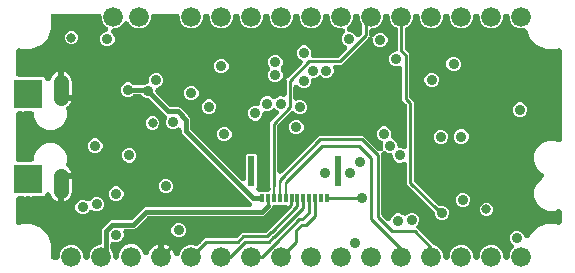
<source format=gbr>
G04 EAGLE Gerber RS-274X export*
G75*
%MOMM*%
%FSLAX34Y34*%
%LPD*%
%INBottom Copper*%
%IPPOS*%
%AMOC8*
5,1,8,0,0,1.08239X$1,22.5*%
G01*
%ADD10C,1.676400*%
%ADD11C,1.308000*%
%ADD12R,2.413000X2.413000*%
%ADD13R,0.350000X0.800000*%
%ADD14R,0.600000X2.600000*%
%ADD15C,0.906400*%
%ADD16C,0.800100*%
%ADD17C,0.254000*%
%ADD18C,0.203200*%
%ADD19C,0.406400*%
%ADD20C,0.914400*%
%ADD21C,0.889000*%

G36*
X44739Y10164D02*
X44739Y10164D01*
X44773Y10162D01*
X44962Y10184D01*
X45153Y10201D01*
X45186Y10210D01*
X45220Y10214D01*
X45403Y10269D01*
X45587Y10319D01*
X45618Y10334D01*
X45651Y10344D01*
X45822Y10431D01*
X45994Y10513D01*
X46022Y10533D01*
X46053Y10548D01*
X46205Y10664D01*
X46360Y10775D01*
X46384Y10800D01*
X46411Y10820D01*
X46540Y10960D01*
X46674Y11097D01*
X46693Y11126D01*
X46717Y11152D01*
X46819Y11313D01*
X46926Y11470D01*
X46940Y11502D01*
X46958Y11531D01*
X47031Y11708D01*
X47108Y11882D01*
X47116Y11916D01*
X47129Y11948D01*
X47169Y12135D01*
X47215Y12320D01*
X47217Y12354D01*
X47224Y12388D01*
X47243Y12700D01*
X47243Y14671D01*
X48751Y18312D01*
X51538Y21099D01*
X55179Y22607D01*
X59121Y22607D01*
X62762Y21099D01*
X65549Y18312D01*
X67057Y14671D01*
X67057Y12700D01*
X67060Y12665D01*
X67058Y12631D01*
X67080Y12442D01*
X67097Y12251D01*
X67106Y12218D01*
X67110Y12184D01*
X67165Y12001D01*
X67215Y11817D01*
X67230Y11786D01*
X67240Y11753D01*
X67327Y11582D01*
X67409Y11410D01*
X67429Y11382D01*
X67444Y11351D01*
X67560Y11199D01*
X67671Y11044D01*
X67696Y11020D01*
X67716Y10993D01*
X67856Y10864D01*
X67993Y10730D01*
X68022Y10711D01*
X68048Y10687D01*
X68209Y10585D01*
X68366Y10478D01*
X68398Y10464D01*
X68427Y10446D01*
X68604Y10373D01*
X68778Y10296D01*
X68812Y10288D01*
X68844Y10275D01*
X69031Y10235D01*
X69216Y10189D01*
X69250Y10187D01*
X69284Y10180D01*
X69596Y10161D01*
X70104Y10161D01*
X70139Y10164D01*
X70173Y10162D01*
X70362Y10184D01*
X70553Y10201D01*
X70586Y10210D01*
X70620Y10214D01*
X70803Y10269D01*
X70987Y10319D01*
X71018Y10334D01*
X71051Y10344D01*
X71222Y10431D01*
X71394Y10513D01*
X71422Y10533D01*
X71453Y10548D01*
X71605Y10664D01*
X71760Y10775D01*
X71784Y10800D01*
X71811Y10820D01*
X71940Y10960D01*
X72074Y11097D01*
X72093Y11126D01*
X72117Y11152D01*
X72219Y11313D01*
X72326Y11470D01*
X72340Y11502D01*
X72358Y11531D01*
X72431Y11708D01*
X72508Y11882D01*
X72516Y11916D01*
X72529Y11948D01*
X72569Y12135D01*
X72615Y12320D01*
X72617Y12354D01*
X72624Y12388D01*
X72643Y12700D01*
X72643Y14671D01*
X74151Y18312D01*
X76938Y21099D01*
X80585Y22609D01*
X80593Y22610D01*
X80627Y22608D01*
X80816Y22630D01*
X81007Y22647D01*
X81040Y22656D01*
X81074Y22660D01*
X81257Y22715D01*
X81441Y22765D01*
X81472Y22780D01*
X81505Y22790D01*
X81676Y22877D01*
X81848Y22959D01*
X81876Y22979D01*
X81907Y22994D01*
X82059Y23110D01*
X82214Y23221D01*
X82238Y23246D01*
X82265Y23266D01*
X82394Y23406D01*
X82528Y23543D01*
X82547Y23572D01*
X82571Y23598D01*
X82673Y23759D01*
X82780Y23916D01*
X82794Y23948D01*
X82812Y23977D01*
X82885Y24154D01*
X82962Y24328D01*
X82970Y24362D01*
X82983Y24394D01*
X83023Y24581D01*
X83069Y24766D01*
X83071Y24800D01*
X83078Y24834D01*
X83097Y25146D01*
X83097Y35383D01*
X83639Y36690D01*
X89675Y42726D01*
X90982Y43268D01*
X107036Y43268D01*
X107200Y43282D01*
X107364Y43289D01*
X107424Y43302D01*
X107484Y43308D01*
X107643Y43351D01*
X107804Y43387D01*
X107860Y43410D01*
X107919Y43426D01*
X108067Y43497D01*
X108219Y43560D01*
X108271Y43593D01*
X108325Y43620D01*
X108459Y43715D01*
X108597Y43805D01*
X108655Y43856D01*
X108692Y43882D01*
X108734Y43925D01*
X108831Y44011D01*
X118635Y53815D01*
X119943Y54357D01*
X207363Y54357D01*
X207540Y54373D01*
X207718Y54382D01*
X207764Y54392D01*
X207811Y54397D01*
X207983Y54444D01*
X208156Y54484D01*
X208200Y54503D01*
X208245Y54515D01*
X208406Y54591D01*
X208570Y54662D01*
X208609Y54688D01*
X208652Y54709D01*
X208797Y54812D01*
X208945Y54910D01*
X208980Y54943D01*
X209018Y54971D01*
X209143Y55099D01*
X209271Y55221D01*
X209299Y55259D01*
X209332Y55293D01*
X209432Y55441D01*
X209537Y55585D01*
X209558Y55627D01*
X209584Y55666D01*
X209656Y55829D01*
X209734Y55989D01*
X209747Y56035D01*
X209767Y56078D01*
X209809Y56251D01*
X209857Y56423D01*
X209862Y56470D01*
X209873Y56516D01*
X209884Y56693D01*
X209902Y56871D01*
X209898Y56918D01*
X209901Y56965D01*
X209880Y57142D01*
X209866Y57319D01*
X209854Y57365D01*
X209849Y57412D01*
X209797Y57583D01*
X209752Y57755D01*
X209732Y57798D01*
X209719Y57843D01*
X209638Y58002D01*
X209563Y58164D01*
X209536Y58202D01*
X209514Y58245D01*
X209407Y58386D01*
X209304Y58532D01*
X209271Y58566D01*
X209242Y58603D01*
X209111Y58724D01*
X208985Y58849D01*
X208946Y58876D01*
X208911Y58908D01*
X208892Y58920D01*
X207380Y60432D01*
X152376Y115437D01*
X151018Y116795D01*
X150477Y118102D01*
X150477Y119530D01*
X150469Y119612D01*
X150471Y119694D01*
X150449Y119835D01*
X150437Y119978D01*
X150415Y120058D01*
X150402Y120139D01*
X150356Y120274D01*
X150318Y120413D01*
X150283Y120487D01*
X150256Y120565D01*
X150186Y120690D01*
X150125Y120819D01*
X150077Y120886D01*
X150037Y120958D01*
X149946Y121069D01*
X149863Y121185D01*
X149804Y121243D01*
X149751Y121306D01*
X149643Y121399D01*
X149540Y121499D01*
X149472Y121545D01*
X149409Y121599D01*
X149286Y121671D01*
X149167Y121751D01*
X149092Y121785D01*
X149020Y121826D01*
X148886Y121876D01*
X148755Y121934D01*
X148675Y121953D01*
X148598Y121982D01*
X148457Y122006D01*
X148318Y122040D01*
X148236Y122045D01*
X148154Y122060D01*
X148011Y122059D01*
X147868Y122068D01*
X147786Y122058D01*
X147704Y122058D01*
X147563Y122032D01*
X147421Y122016D01*
X147342Y121992D01*
X147261Y121977D01*
X147028Y121897D01*
X146990Y121886D01*
X146981Y121881D01*
X146966Y121876D01*
X144715Y120943D01*
X142305Y120943D01*
X140079Y121865D01*
X138375Y123569D01*
X137453Y125795D01*
X137453Y128205D01*
X138030Y129598D01*
X138094Y129800D01*
X138159Y130002D01*
X138161Y130015D01*
X138165Y130028D01*
X138192Y130237D01*
X138221Y130448D01*
X138220Y130461D01*
X138222Y130474D01*
X138211Y130685D01*
X138202Y130898D01*
X138199Y130911D01*
X138199Y130924D01*
X138151Y131129D01*
X138105Y131337D01*
X138100Y131350D01*
X138097Y131362D01*
X138013Y131558D01*
X137931Y131753D01*
X137924Y131764D01*
X137919Y131776D01*
X137802Y131953D01*
X137687Y132131D01*
X137676Y132143D01*
X137671Y132152D01*
X137643Y132180D01*
X137480Y132365D01*
X135907Y133938D01*
X123904Y145941D01*
X123778Y146046D01*
X123657Y146158D01*
X123606Y146190D01*
X123559Y146229D01*
X123416Y146311D01*
X123278Y146399D01*
X123221Y146423D01*
X123168Y146453D01*
X123013Y146508D01*
X122861Y146570D01*
X122801Y146583D01*
X122744Y146604D01*
X122582Y146630D01*
X122421Y146665D01*
X122344Y146670D01*
X122300Y146677D01*
X122239Y146676D01*
X122109Y146684D01*
X120929Y146684D01*
X118703Y147606D01*
X116897Y149413D01*
X116803Y149534D01*
X116675Y149702D01*
X116666Y149711D01*
X116658Y149722D01*
X116500Y149863D01*
X116344Y150008D01*
X116333Y150015D01*
X116323Y150023D01*
X116144Y150135D01*
X115964Y150249D01*
X115952Y150254D01*
X115941Y150261D01*
X115745Y150339D01*
X115548Y150420D01*
X115535Y150423D01*
X115523Y150428D01*
X115316Y150470D01*
X115108Y150515D01*
X115092Y150516D01*
X115082Y150518D01*
X115043Y150519D01*
X114796Y150534D01*
X110973Y150534D01*
X110809Y150520D01*
X110644Y150513D01*
X110585Y150500D01*
X110524Y150494D01*
X110365Y150451D01*
X110205Y150415D01*
X110149Y150392D01*
X110090Y150376D01*
X109942Y150305D01*
X109789Y150242D01*
X109738Y150209D01*
X109683Y150182D01*
X109550Y150087D01*
X109411Y149997D01*
X109353Y149946D01*
X109317Y149920D01*
X109274Y149877D01*
X109177Y149791D01*
X108343Y148956D01*
X106117Y148034D01*
X103707Y148034D01*
X101481Y148956D01*
X99777Y150660D01*
X98855Y152886D01*
X98855Y155296D01*
X99777Y157522D01*
X101481Y159226D01*
X103707Y160148D01*
X106117Y160148D01*
X108343Y159226D01*
X109177Y158391D01*
X109303Y158286D01*
X109424Y158174D01*
X109476Y158142D01*
X109522Y158103D01*
X109665Y158021D01*
X109804Y157933D01*
X109860Y157909D01*
X109913Y157879D01*
X110068Y157824D01*
X110220Y157762D01*
X110280Y157749D01*
X110338Y157728D01*
X110500Y157702D01*
X110661Y157667D01*
X110738Y157662D01*
X110782Y157655D01*
X110843Y157656D01*
X110973Y157648D01*
X117648Y157648D01*
X117764Y157658D01*
X117881Y157658D01*
X117988Y157678D01*
X118096Y157688D01*
X118209Y157718D01*
X118324Y157739D01*
X118470Y157790D01*
X118531Y157806D01*
X118563Y157822D01*
X118620Y157841D01*
X121281Y158943D01*
X121469Y159042D01*
X121658Y159138D01*
X121668Y159146D01*
X121680Y159152D01*
X121847Y159282D01*
X122016Y159410D01*
X122025Y159419D01*
X122036Y159428D01*
X122178Y159585D01*
X122322Y159741D01*
X122329Y159752D01*
X122337Y159762D01*
X122449Y159941D01*
X122563Y160121D01*
X122568Y160133D01*
X122575Y160144D01*
X122654Y160340D01*
X122734Y160537D01*
X122737Y160550D01*
X122742Y160562D01*
X122784Y160769D01*
X122829Y160977D01*
X122830Y160993D01*
X122832Y161004D01*
X122833Y161043D01*
X122848Y161289D01*
X122848Y163130D01*
X123770Y165356D01*
X125474Y167060D01*
X127700Y167982D01*
X130110Y167982D01*
X132336Y167060D01*
X134040Y165356D01*
X134962Y163130D01*
X134962Y160720D01*
X134040Y158494D01*
X132336Y156790D01*
X129758Y155723D01*
X129571Y155625D01*
X129381Y155528D01*
X129371Y155520D01*
X129359Y155514D01*
X129192Y155384D01*
X129023Y155256D01*
X129014Y155247D01*
X129003Y155238D01*
X128861Y155081D01*
X128717Y154925D01*
X128710Y154914D01*
X128702Y154904D01*
X128590Y154724D01*
X128476Y154545D01*
X128471Y154533D01*
X128464Y154522D01*
X128385Y154325D01*
X128305Y154129D01*
X128302Y154116D01*
X128297Y154104D01*
X128255Y153896D01*
X128210Y153689D01*
X128209Y153673D01*
X128207Y153662D01*
X128206Y153623D01*
X128191Y153377D01*
X128191Y152766D01*
X128205Y152602D01*
X128212Y152438D01*
X128225Y152378D01*
X128231Y152318D01*
X128274Y152159D01*
X128310Y151998D01*
X128333Y151942D01*
X128349Y151883D01*
X128420Y151735D01*
X128483Y151583D01*
X128516Y151531D01*
X128543Y151477D01*
X128638Y151343D01*
X128728Y151205D01*
X128779Y151147D01*
X128805Y151110D01*
X128848Y151068D01*
X128934Y150971D01*
X140009Y139896D01*
X140135Y139791D01*
X140256Y139679D01*
X140307Y139647D01*
X140354Y139608D01*
X140497Y139526D01*
X140635Y139438D01*
X140692Y139414D01*
X140745Y139384D01*
X140900Y139329D01*
X141052Y139267D01*
X141112Y139254D01*
X141169Y139233D01*
X141331Y139207D01*
X141492Y139172D01*
X141569Y139167D01*
X141613Y139160D01*
X141674Y139161D01*
X141804Y139153D01*
X147778Y139153D01*
X149085Y138611D01*
X150443Y137254D01*
X150443Y137253D01*
X155691Y132006D01*
X157049Y130648D01*
X157590Y129341D01*
X157590Y121334D01*
X157605Y121171D01*
X157611Y121006D01*
X157625Y120947D01*
X157630Y120886D01*
X157673Y120727D01*
X157709Y120567D01*
X157732Y120510D01*
X157748Y120451D01*
X157819Y120303D01*
X157883Y120151D01*
X157916Y120100D01*
X157942Y120045D01*
X158037Y119911D01*
X158127Y119773D01*
X158178Y119715D01*
X158204Y119679D01*
X158248Y119636D01*
X158334Y119539D01*
X200640Y77232D01*
X200740Y77149D01*
X200833Y77058D01*
X200913Y77005D01*
X200986Y76943D01*
X201099Y76879D01*
X201206Y76806D01*
X201294Y76767D01*
X201377Y76720D01*
X201499Y76676D01*
X201618Y76624D01*
X201711Y76601D01*
X201801Y76569D01*
X201930Y76548D01*
X202056Y76517D01*
X202151Y76511D01*
X202245Y76496D01*
X202376Y76497D01*
X202505Y76489D01*
X202600Y76500D01*
X202696Y76502D01*
X202823Y76526D01*
X202952Y76541D01*
X203044Y76569D01*
X203138Y76587D01*
X203259Y76634D01*
X203383Y76672D01*
X203468Y76715D01*
X203558Y76749D01*
X203669Y76817D01*
X203785Y76876D01*
X203861Y76934D01*
X203942Y76983D01*
X204040Y77070D01*
X204143Y77148D01*
X204208Y77218D01*
X204280Y77282D01*
X204360Y77383D01*
X204449Y77479D01*
X204500Y77560D01*
X204559Y77635D01*
X204620Y77749D01*
X204690Y77859D01*
X204727Y77947D01*
X204772Y78032D01*
X204812Y78155D01*
X204861Y78276D01*
X204881Y78369D01*
X204911Y78460D01*
X204929Y78588D01*
X204956Y78716D01*
X204964Y78845D01*
X204972Y78906D01*
X204971Y78951D01*
X204975Y79028D01*
X204975Y98722D01*
X205868Y99615D01*
X213132Y99615D01*
X214025Y98722D01*
X214025Y71250D01*
X214004Y71213D01*
X213960Y71091D01*
X213907Y70972D01*
X213885Y70879D01*
X213853Y70789D01*
X213831Y70661D01*
X213801Y70534D01*
X213795Y70439D01*
X213779Y70345D01*
X213781Y70215D01*
X213773Y70085D01*
X213784Y69990D01*
X213785Y69895D01*
X213810Y69767D01*
X213825Y69638D01*
X213853Y69546D01*
X213871Y69453D01*
X213918Y69331D01*
X213955Y69207D01*
X213999Y69121D01*
X214033Y69033D01*
X214101Y68921D01*
X214160Y68805D01*
X214217Y68729D01*
X214267Y68648D01*
X214353Y68550D01*
X214432Y68447D01*
X214502Y68382D01*
X214565Y68310D01*
X214667Y68230D01*
X214763Y68141D01*
X214843Y68090D01*
X214918Y68031D01*
X215033Y67969D01*
X215143Y67900D01*
X215231Y67863D01*
X215315Y67818D01*
X215439Y67778D01*
X215559Y67729D01*
X215653Y67709D01*
X215743Y67679D01*
X215872Y67661D01*
X215999Y67634D01*
X216129Y67626D01*
X216189Y67618D01*
X216234Y67619D01*
X216311Y67615D01*
X223392Y67615D01*
X223522Y67626D01*
X223652Y67628D01*
X223746Y67646D01*
X223841Y67655D01*
X223967Y67689D01*
X224094Y67714D01*
X224183Y67748D01*
X224275Y67773D01*
X224393Y67829D01*
X224514Y67876D01*
X224596Y67926D01*
X224682Y67967D01*
X224788Y68042D01*
X224899Y68110D01*
X224970Y68173D01*
X225048Y68229D01*
X225139Y68322D01*
X225236Y68408D01*
X225295Y68483D01*
X225362Y68551D01*
X225435Y68659D01*
X225516Y68761D01*
X225561Y68845D01*
X225614Y68924D01*
X225667Y69043D01*
X225728Y69158D01*
X225758Y69249D01*
X225796Y69336D01*
X225827Y69463D01*
X225867Y69586D01*
X225880Y69681D01*
X225903Y69774D01*
X225911Y69903D01*
X225929Y70032D01*
X225925Y70128D01*
X225931Y70223D01*
X225916Y70352D01*
X225910Y70482D01*
X225890Y70575D01*
X225879Y70670D01*
X225841Y70795D01*
X225813Y70922D01*
X225776Y71010D01*
X225748Y71101D01*
X225705Y71186D01*
X225705Y126504D01*
X232032Y132830D01*
X232084Y132893D01*
X232144Y132950D01*
X232229Y133065D01*
X232320Y133175D01*
X232361Y133247D01*
X232410Y133313D01*
X232473Y133442D01*
X232544Y133566D01*
X232571Y133644D01*
X232608Y133718D01*
X232647Y133855D01*
X232695Y133990D01*
X232708Y134072D01*
X232731Y134151D01*
X232745Y134293D01*
X232768Y134435D01*
X232767Y134517D01*
X232775Y134599D01*
X232764Y134742D01*
X232762Y134885D01*
X232746Y134966D01*
X232740Y135048D01*
X232704Y135186D01*
X232676Y135327D01*
X232647Y135404D01*
X232626Y135483D01*
X232566Y135613D01*
X232514Y135747D01*
X232471Y135817D01*
X232437Y135892D01*
X232355Y136009D01*
X232280Y136132D01*
X232226Y136193D01*
X232178Y136261D01*
X232077Y136362D01*
X231982Y136469D01*
X231917Y136520D01*
X231859Y136578D01*
X231741Y136660D01*
X231629Y136748D01*
X231556Y136787D01*
X231488Y136834D01*
X231267Y136942D01*
X231232Y136961D01*
X231222Y136964D01*
X231208Y136971D01*
X230884Y137105D01*
X230424Y137566D01*
X230397Y137588D01*
X230374Y137614D01*
X230225Y137732D01*
X230078Y137855D01*
X230048Y137872D01*
X230021Y137893D01*
X229853Y137983D01*
X229687Y138078D01*
X229655Y138090D01*
X229624Y138106D01*
X229443Y138165D01*
X229263Y138229D01*
X229229Y138234D01*
X229196Y138245D01*
X229007Y138271D01*
X228819Y138302D01*
X228784Y138302D01*
X228750Y138307D01*
X228559Y138299D01*
X228369Y138296D01*
X228335Y138290D01*
X228300Y138288D01*
X228114Y138247D01*
X227927Y138211D01*
X227894Y138198D01*
X227861Y138191D01*
X227685Y138117D01*
X227507Y138048D01*
X227477Y138030D01*
X227445Y138017D01*
X227285Y137914D01*
X227122Y137814D01*
X227096Y137791D01*
X227067Y137773D01*
X226833Y137566D01*
X226338Y137071D01*
X224098Y136143D01*
X221321Y136143D01*
X221286Y136140D01*
X221252Y136142D01*
X221063Y136120D01*
X220872Y136103D01*
X220839Y136094D01*
X220805Y136090D01*
X220622Y136035D01*
X220438Y135985D01*
X220407Y135970D01*
X220374Y135960D01*
X220203Y135873D01*
X220031Y135791D01*
X220003Y135771D01*
X219972Y135756D01*
X219820Y135640D01*
X219665Y135529D01*
X219641Y135504D01*
X219614Y135484D01*
X219485Y135344D01*
X219351Y135207D01*
X219332Y135178D01*
X219308Y135152D01*
X219206Y134991D01*
X219099Y134834D01*
X219085Y134802D01*
X219067Y134773D01*
X218994Y134596D01*
X218917Y134422D01*
X218909Y134388D01*
X218896Y134356D01*
X218856Y134169D01*
X218810Y133984D01*
X218808Y133950D01*
X218801Y133916D01*
X218782Y133604D01*
X218782Y132780D01*
X217860Y130554D01*
X216156Y128850D01*
X213930Y127928D01*
X211520Y127928D01*
X209294Y128850D01*
X207590Y130554D01*
X206668Y132780D01*
X206668Y135190D01*
X207590Y137416D01*
X209294Y139120D01*
X211520Y140042D01*
X214249Y140042D01*
X214284Y140045D01*
X214318Y140043D01*
X214507Y140065D01*
X214698Y140082D01*
X214731Y140091D01*
X214765Y140095D01*
X214948Y140150D01*
X215132Y140200D01*
X215163Y140215D01*
X215196Y140225D01*
X215367Y140312D01*
X215539Y140394D01*
X215567Y140414D01*
X215598Y140429D01*
X215750Y140545D01*
X215905Y140656D01*
X215929Y140681D01*
X215956Y140701D01*
X216085Y140841D01*
X216219Y140978D01*
X216238Y141007D01*
X216262Y141033D01*
X216364Y141193D01*
X216471Y141351D01*
X216485Y141383D01*
X216503Y141412D01*
X216576Y141589D01*
X216653Y141763D01*
X216661Y141797D01*
X216674Y141829D01*
X216714Y142015D01*
X216760Y142201D01*
X216762Y142235D01*
X216769Y142269D01*
X216788Y142581D01*
X216788Y143453D01*
X217716Y145694D01*
X219431Y147409D01*
X221672Y148337D01*
X224098Y148337D01*
X226338Y147409D01*
X226833Y146914D01*
X226859Y146892D01*
X226882Y146866D01*
X227031Y146748D01*
X227178Y146625D01*
X227208Y146608D01*
X227235Y146587D01*
X227403Y146497D01*
X227569Y146402D01*
X227602Y146390D01*
X227632Y146374D01*
X227814Y146315D01*
X227993Y146251D01*
X228027Y146246D01*
X228060Y146235D01*
X228250Y146209D01*
X228438Y146178D01*
X228472Y146178D01*
X228507Y146173D01*
X228697Y146181D01*
X228888Y146184D01*
X228922Y146190D01*
X228956Y146192D01*
X229143Y146233D01*
X229330Y146269D01*
X229362Y146282D01*
X229396Y146289D01*
X229572Y146363D01*
X229750Y146432D01*
X229779Y146450D01*
X229811Y146463D01*
X229972Y146567D01*
X230135Y146666D01*
X230160Y146689D01*
X230190Y146707D01*
X230424Y146914D01*
X230884Y147375D01*
X233110Y148297D01*
X235520Y148297D01*
X235843Y148163D01*
X235922Y148138D01*
X235997Y148105D01*
X236136Y148071D01*
X236273Y148028D01*
X236355Y148018D01*
X236435Y147998D01*
X236577Y147989D01*
X236720Y147971D01*
X236802Y147975D01*
X236884Y147970D01*
X237026Y147987D01*
X237169Y147994D01*
X237250Y148013D01*
X237331Y148022D01*
X237468Y148064D01*
X237608Y148096D01*
X237683Y148129D01*
X237762Y148153D01*
X237890Y148218D01*
X238021Y148274D01*
X238090Y148320D01*
X238164Y148357D01*
X238278Y148444D01*
X238397Y148522D01*
X238457Y148579D01*
X238522Y148629D01*
X238619Y148734D01*
X238723Y148833D01*
X238772Y148900D01*
X238828Y148960D01*
X238905Y149081D01*
X238989Y149196D01*
X239025Y149270D01*
X239069Y149340D01*
X239124Y149473D01*
X239187Y149601D01*
X239209Y149680D01*
X239240Y149757D01*
X239270Y149897D01*
X239310Y150034D01*
X239318Y150116D01*
X239335Y150197D01*
X239350Y150443D01*
X239354Y150482D01*
X239353Y150493D01*
X239354Y150509D01*
X239354Y161412D01*
X239343Y161542D01*
X239341Y161672D01*
X239323Y161766D01*
X239314Y161861D01*
X239280Y161987D01*
X239255Y162114D01*
X239221Y162203D01*
X239196Y162295D01*
X239140Y162413D01*
X239093Y162534D01*
X239043Y162616D01*
X239002Y162702D01*
X238927Y162808D01*
X238859Y162919D01*
X238796Y162990D01*
X238740Y163068D01*
X238681Y163126D01*
X238794Y163130D01*
X238887Y163151D01*
X238982Y163162D01*
X239107Y163200D01*
X239234Y163228D01*
X239322Y163265D01*
X239413Y163292D01*
X239529Y163351D01*
X239649Y163402D01*
X239730Y163454D01*
X239815Y163497D01*
X239918Y163575D01*
X240027Y163646D01*
X240125Y163732D01*
X240173Y163769D01*
X240204Y163802D01*
X240262Y163853D01*
X252213Y175804D01*
X252266Y175868D01*
X252325Y175924D01*
X252410Y176040D01*
X252502Y176150D01*
X252543Y176221D01*
X252591Y176288D01*
X252654Y176416D01*
X252725Y176541D01*
X252753Y176618D01*
X252789Y176692D01*
X252828Y176830D01*
X252876Y176965D01*
X252889Y177046D01*
X252912Y177125D01*
X252926Y177268D01*
X252949Y177409D01*
X252948Y177492D01*
X252956Y177573D01*
X252945Y177716D01*
X252943Y177859D01*
X252928Y177940D01*
X252921Y178022D01*
X252885Y178161D01*
X252858Y178301D01*
X252828Y178378D01*
X252807Y178458D01*
X252747Y178588D01*
X252695Y178721D01*
X252653Y178792D01*
X252618Y178867D01*
X252536Y178984D01*
X252462Y179106D01*
X252407Y179168D01*
X252360Y179235D01*
X252258Y179336D01*
X252163Y179443D01*
X252099Y179495D01*
X252040Y179553D01*
X251922Y179634D01*
X251810Y179723D01*
X251738Y179762D01*
X251670Y179809D01*
X251449Y179917D01*
X251413Y179936D01*
X251403Y179939D01*
X251389Y179946D01*
X250569Y180285D01*
X248865Y181989D01*
X247943Y184215D01*
X247943Y186625D01*
X248865Y188851D01*
X250569Y190555D01*
X252795Y191477D01*
X255205Y191477D01*
X257431Y190555D01*
X259135Y188851D01*
X260057Y186625D01*
X260057Y184199D01*
X260042Y184166D01*
X260008Y184027D01*
X259965Y183890D01*
X259955Y183808D01*
X259935Y183728D01*
X259927Y183585D01*
X259909Y183444D01*
X259913Y183361D01*
X259908Y183279D01*
X259924Y183137D01*
X259932Y182994D01*
X259950Y182914D01*
X259960Y182832D01*
X260001Y182694D01*
X260034Y182555D01*
X260066Y182480D01*
X260090Y182401D01*
X260155Y182273D01*
X260212Y182142D01*
X260257Y182073D01*
X260294Y181999D01*
X260381Y181886D01*
X260460Y181766D01*
X260517Y181706D01*
X260566Y181641D01*
X260672Y181544D01*
X260770Y181440D01*
X260837Y181391D01*
X260898Y181335D01*
X261018Y181259D01*
X261134Y181174D01*
X261208Y181138D01*
X261277Y181094D01*
X261410Y181039D01*
X261538Y180977D01*
X261617Y180954D01*
X261694Y180923D01*
X261834Y180893D01*
X261971Y180853D01*
X262053Y180845D01*
X262134Y180828D01*
X262380Y180813D01*
X262419Y180809D01*
X262430Y180810D01*
X262446Y180809D01*
X282134Y180809D01*
X282297Y180823D01*
X282462Y180830D01*
X282521Y180843D01*
X282582Y180849D01*
X282741Y180892D01*
X282901Y180928D01*
X282958Y180951D01*
X283016Y180967D01*
X283165Y181038D01*
X283317Y181101D01*
X283368Y181134D01*
X283423Y181161D01*
X283557Y181256D01*
X283695Y181346D01*
X283753Y181397D01*
X283789Y181423D01*
X283832Y181466D01*
X283929Y181552D01*
X289817Y187440D01*
X289869Y187503D01*
X289929Y187560D01*
X290014Y187675D01*
X290105Y187785D01*
X290146Y187857D01*
X290195Y187923D01*
X290258Y188052D01*
X290329Y188176D01*
X290356Y188254D01*
X290393Y188328D01*
X290432Y188465D01*
X290480Y188600D01*
X290493Y188682D01*
X290516Y188761D01*
X290530Y188903D01*
X290553Y189045D01*
X290552Y189127D01*
X290560Y189209D01*
X290549Y189352D01*
X290547Y189495D01*
X290531Y189576D01*
X290525Y189658D01*
X290489Y189796D01*
X290461Y189937D01*
X290432Y190014D01*
X290411Y190093D01*
X290351Y190223D01*
X290299Y190357D01*
X290256Y190427D01*
X290222Y190502D01*
X290140Y190619D01*
X290065Y190742D01*
X290011Y190803D01*
X289963Y190871D01*
X289862Y190972D01*
X289767Y191079D01*
X289702Y191130D01*
X289644Y191188D01*
X289526Y191270D01*
X289414Y191358D01*
X289341Y191397D01*
X289273Y191444D01*
X289052Y191552D01*
X289017Y191571D01*
X289007Y191574D01*
X288993Y191581D01*
X288669Y191715D01*
X286965Y193419D01*
X286043Y195645D01*
X286043Y198055D01*
X286965Y200281D01*
X288343Y201658D01*
X288426Y201758D01*
X288517Y201851D01*
X288571Y201931D01*
X288632Y202004D01*
X288696Y202117D01*
X288769Y202224D01*
X288808Y202312D01*
X288855Y202395D01*
X288899Y202517D01*
X288951Y202636D01*
X288974Y202729D01*
X289006Y202819D01*
X289027Y202947D01*
X289058Y203074D01*
X289064Y203169D01*
X289080Y203263D01*
X289078Y203393D01*
X289086Y203523D01*
X289075Y203618D01*
X289073Y203714D01*
X289049Y203841D01*
X289034Y203970D01*
X289006Y204062D01*
X288988Y204156D01*
X288941Y204277D01*
X288903Y204401D01*
X288860Y204487D01*
X288826Y204576D01*
X288758Y204687D01*
X288699Y204803D01*
X288641Y204879D01*
X288592Y204960D01*
X288506Y205058D01*
X288427Y205161D01*
X288357Y205226D01*
X288294Y205298D01*
X288192Y205378D01*
X288096Y205467D01*
X288015Y205518D01*
X287940Y205577D01*
X287826Y205639D01*
X287716Y205708D01*
X287628Y205745D01*
X287544Y205790D01*
X287420Y205830D01*
X287300Y205879D01*
X287206Y205899D01*
X287115Y205929D01*
X286987Y205947D01*
X286859Y205974D01*
X286729Y205982D01*
X286669Y205990D01*
X286625Y205989D01*
X286547Y205993D01*
X283779Y205993D01*
X280138Y207501D01*
X277351Y210288D01*
X275843Y213929D01*
X275843Y215900D01*
X275840Y215935D01*
X275842Y215969D01*
X275820Y216158D01*
X275803Y216349D01*
X275794Y216382D01*
X275790Y216416D01*
X275735Y216599D01*
X275685Y216783D01*
X275670Y216814D01*
X275660Y216847D01*
X275573Y217018D01*
X275491Y217190D01*
X275471Y217218D01*
X275456Y217249D01*
X275340Y217401D01*
X275229Y217556D01*
X275204Y217580D01*
X275184Y217607D01*
X275044Y217736D01*
X274907Y217870D01*
X274878Y217889D01*
X274852Y217913D01*
X274691Y218015D01*
X274534Y218122D01*
X274502Y218136D01*
X274473Y218154D01*
X274296Y218227D01*
X274122Y218304D01*
X274088Y218312D01*
X274056Y218325D01*
X273869Y218365D01*
X273684Y218411D01*
X273650Y218413D01*
X273616Y218420D01*
X273304Y218439D01*
X272796Y218439D01*
X272761Y218436D01*
X272727Y218438D01*
X272538Y218416D01*
X272347Y218399D01*
X272314Y218390D01*
X272280Y218386D01*
X272097Y218331D01*
X271913Y218281D01*
X271882Y218266D01*
X271849Y218256D01*
X271678Y218169D01*
X271506Y218087D01*
X271478Y218067D01*
X271447Y218052D01*
X271295Y217936D01*
X271140Y217825D01*
X271116Y217800D01*
X271089Y217780D01*
X270960Y217640D01*
X270826Y217503D01*
X270807Y217474D01*
X270783Y217448D01*
X270681Y217287D01*
X270574Y217130D01*
X270560Y217098D01*
X270542Y217069D01*
X270469Y216892D01*
X270392Y216718D01*
X270384Y216684D01*
X270371Y216652D01*
X270331Y216465D01*
X270285Y216280D01*
X270283Y216246D01*
X270276Y216212D01*
X270257Y215900D01*
X270257Y213929D01*
X268749Y210288D01*
X265962Y207501D01*
X262321Y205993D01*
X258379Y205993D01*
X254738Y207501D01*
X251951Y210288D01*
X250443Y213929D01*
X250443Y215900D01*
X250440Y215935D01*
X250442Y215969D01*
X250420Y216158D01*
X250403Y216349D01*
X250394Y216382D01*
X250390Y216416D01*
X250335Y216599D01*
X250285Y216783D01*
X250270Y216814D01*
X250260Y216847D01*
X250173Y217018D01*
X250091Y217190D01*
X250071Y217218D01*
X250056Y217249D01*
X249940Y217401D01*
X249829Y217556D01*
X249804Y217580D01*
X249784Y217607D01*
X249644Y217736D01*
X249507Y217870D01*
X249478Y217889D01*
X249452Y217913D01*
X249291Y218015D01*
X249134Y218122D01*
X249102Y218136D01*
X249073Y218154D01*
X248896Y218227D01*
X248722Y218304D01*
X248688Y218312D01*
X248656Y218325D01*
X248469Y218365D01*
X248284Y218411D01*
X248250Y218413D01*
X248216Y218420D01*
X247904Y218439D01*
X247396Y218439D01*
X247361Y218436D01*
X247327Y218438D01*
X247138Y218416D01*
X246947Y218399D01*
X246914Y218390D01*
X246880Y218386D01*
X246697Y218331D01*
X246513Y218281D01*
X246482Y218266D01*
X246449Y218256D01*
X246278Y218169D01*
X246106Y218087D01*
X246078Y218067D01*
X246047Y218052D01*
X245895Y217936D01*
X245740Y217825D01*
X245716Y217800D01*
X245689Y217780D01*
X245560Y217640D01*
X245426Y217503D01*
X245407Y217474D01*
X245383Y217448D01*
X245281Y217287D01*
X245174Y217130D01*
X245160Y217098D01*
X245142Y217069D01*
X245069Y216892D01*
X244992Y216718D01*
X244984Y216684D01*
X244971Y216652D01*
X244931Y216465D01*
X244885Y216280D01*
X244883Y216246D01*
X244876Y216212D01*
X244857Y215900D01*
X244857Y213929D01*
X243349Y210288D01*
X240562Y207501D01*
X236921Y205993D01*
X232979Y205993D01*
X229338Y207501D01*
X226551Y210288D01*
X225043Y213929D01*
X225043Y215900D01*
X225040Y215935D01*
X225042Y215969D01*
X225020Y216158D01*
X225003Y216349D01*
X224994Y216382D01*
X224990Y216416D01*
X224935Y216599D01*
X224885Y216783D01*
X224870Y216814D01*
X224860Y216847D01*
X224773Y217018D01*
X224691Y217190D01*
X224671Y217218D01*
X224656Y217249D01*
X224540Y217401D01*
X224429Y217556D01*
X224404Y217580D01*
X224384Y217607D01*
X224244Y217736D01*
X224107Y217870D01*
X224078Y217889D01*
X224052Y217913D01*
X223891Y218015D01*
X223734Y218122D01*
X223702Y218136D01*
X223673Y218154D01*
X223496Y218227D01*
X223322Y218304D01*
X223288Y218312D01*
X223256Y218325D01*
X223069Y218365D01*
X222884Y218411D01*
X222850Y218413D01*
X222816Y218420D01*
X222504Y218439D01*
X221996Y218439D01*
X221961Y218436D01*
X221927Y218438D01*
X221738Y218416D01*
X221547Y218399D01*
X221514Y218390D01*
X221480Y218386D01*
X221297Y218331D01*
X221113Y218281D01*
X221082Y218266D01*
X221049Y218256D01*
X220878Y218169D01*
X220706Y218087D01*
X220678Y218067D01*
X220647Y218052D01*
X220495Y217936D01*
X220340Y217825D01*
X220316Y217800D01*
X220289Y217780D01*
X220160Y217640D01*
X220026Y217503D01*
X220007Y217474D01*
X219983Y217448D01*
X219881Y217287D01*
X219774Y217130D01*
X219760Y217098D01*
X219742Y217069D01*
X219669Y216892D01*
X219592Y216718D01*
X219584Y216684D01*
X219571Y216652D01*
X219531Y216465D01*
X219485Y216280D01*
X219483Y216246D01*
X219476Y216212D01*
X219457Y215900D01*
X219457Y213929D01*
X217949Y210288D01*
X215162Y207501D01*
X211521Y205993D01*
X207579Y205993D01*
X203938Y207501D01*
X201151Y210288D01*
X199643Y213929D01*
X199643Y215900D01*
X199640Y215935D01*
X199642Y215969D01*
X199620Y216158D01*
X199603Y216349D01*
X199594Y216382D01*
X199590Y216416D01*
X199535Y216599D01*
X199485Y216783D01*
X199470Y216814D01*
X199460Y216847D01*
X199373Y217018D01*
X199291Y217190D01*
X199271Y217218D01*
X199256Y217249D01*
X199140Y217401D01*
X199029Y217556D01*
X199004Y217580D01*
X198984Y217607D01*
X198844Y217736D01*
X198707Y217870D01*
X198678Y217889D01*
X198652Y217913D01*
X198491Y218015D01*
X198334Y218122D01*
X198302Y218136D01*
X198273Y218154D01*
X198096Y218227D01*
X197922Y218304D01*
X197888Y218312D01*
X197856Y218325D01*
X197669Y218365D01*
X197484Y218411D01*
X197450Y218413D01*
X197416Y218420D01*
X197104Y218439D01*
X196596Y218439D01*
X196561Y218436D01*
X196527Y218438D01*
X196338Y218416D01*
X196147Y218399D01*
X196114Y218390D01*
X196080Y218386D01*
X195897Y218331D01*
X195713Y218281D01*
X195682Y218266D01*
X195649Y218256D01*
X195478Y218169D01*
X195306Y218087D01*
X195278Y218067D01*
X195247Y218052D01*
X195095Y217936D01*
X194940Y217825D01*
X194916Y217800D01*
X194889Y217780D01*
X194760Y217640D01*
X194626Y217503D01*
X194607Y217474D01*
X194583Y217448D01*
X194481Y217287D01*
X194374Y217130D01*
X194360Y217098D01*
X194342Y217069D01*
X194269Y216892D01*
X194192Y216718D01*
X194184Y216684D01*
X194171Y216652D01*
X194131Y216465D01*
X194085Y216280D01*
X194083Y216246D01*
X194076Y216212D01*
X194057Y215900D01*
X194057Y213929D01*
X192549Y210288D01*
X189762Y207501D01*
X186121Y205993D01*
X182179Y205993D01*
X178538Y207501D01*
X175751Y210288D01*
X174243Y213929D01*
X174243Y215900D01*
X174240Y215935D01*
X174242Y215969D01*
X174220Y216158D01*
X174203Y216349D01*
X174194Y216382D01*
X174190Y216416D01*
X174135Y216599D01*
X174085Y216783D01*
X174070Y216814D01*
X174060Y216847D01*
X173973Y217018D01*
X173891Y217190D01*
X173871Y217218D01*
X173856Y217249D01*
X173740Y217401D01*
X173629Y217556D01*
X173604Y217580D01*
X173584Y217607D01*
X173444Y217736D01*
X173307Y217870D01*
X173278Y217889D01*
X173252Y217913D01*
X173091Y218015D01*
X172934Y218122D01*
X172902Y218136D01*
X172873Y218154D01*
X172696Y218227D01*
X172522Y218304D01*
X172488Y218312D01*
X172456Y218325D01*
X172269Y218365D01*
X172084Y218411D01*
X172050Y218413D01*
X172016Y218420D01*
X171704Y218439D01*
X171196Y218439D01*
X171161Y218436D01*
X171127Y218438D01*
X170938Y218416D01*
X170747Y218399D01*
X170714Y218390D01*
X170680Y218386D01*
X170497Y218331D01*
X170313Y218281D01*
X170282Y218266D01*
X170249Y218256D01*
X170078Y218169D01*
X169906Y218087D01*
X169878Y218067D01*
X169847Y218052D01*
X169695Y217936D01*
X169540Y217825D01*
X169516Y217800D01*
X169489Y217780D01*
X169360Y217640D01*
X169226Y217503D01*
X169207Y217474D01*
X169183Y217448D01*
X169081Y217287D01*
X168974Y217130D01*
X168960Y217098D01*
X168942Y217069D01*
X168869Y216892D01*
X168792Y216718D01*
X168784Y216684D01*
X168771Y216652D01*
X168731Y216465D01*
X168685Y216280D01*
X168683Y216246D01*
X168676Y216212D01*
X168657Y215900D01*
X168657Y213929D01*
X167149Y210288D01*
X164362Y207501D01*
X160721Y205993D01*
X156779Y205993D01*
X153138Y207501D01*
X150351Y210288D01*
X148843Y213929D01*
X148843Y215900D01*
X148840Y215935D01*
X148842Y215969D01*
X148820Y216158D01*
X148803Y216349D01*
X148794Y216382D01*
X148790Y216416D01*
X148735Y216599D01*
X148685Y216783D01*
X148670Y216814D01*
X148660Y216847D01*
X148573Y217018D01*
X148491Y217190D01*
X148471Y217218D01*
X148456Y217249D01*
X148340Y217401D01*
X148229Y217556D01*
X148204Y217580D01*
X148184Y217607D01*
X148044Y217736D01*
X147907Y217870D01*
X147878Y217889D01*
X147852Y217913D01*
X147691Y218015D01*
X147534Y218122D01*
X147502Y218136D01*
X147473Y218154D01*
X147296Y218227D01*
X147122Y218304D01*
X147088Y218312D01*
X147056Y218325D01*
X146869Y218365D01*
X146684Y218411D01*
X146650Y218413D01*
X146616Y218420D01*
X146304Y218439D01*
X126746Y218439D01*
X126711Y218436D01*
X126677Y218438D01*
X126488Y218416D01*
X126297Y218399D01*
X126264Y218390D01*
X126230Y218386D01*
X126047Y218331D01*
X125863Y218281D01*
X125832Y218266D01*
X125799Y218256D01*
X125628Y218169D01*
X125456Y218087D01*
X125428Y218067D01*
X125397Y218052D01*
X125245Y217936D01*
X125090Y217825D01*
X125066Y217800D01*
X125039Y217780D01*
X124910Y217640D01*
X124776Y217503D01*
X124757Y217474D01*
X124733Y217448D01*
X124631Y217287D01*
X124524Y217130D01*
X124510Y217098D01*
X124492Y217069D01*
X124419Y216892D01*
X124342Y216718D01*
X124334Y216684D01*
X124321Y216652D01*
X124281Y216465D01*
X124235Y216280D01*
X124233Y216246D01*
X124226Y216212D01*
X124207Y215900D01*
X124207Y213929D01*
X122699Y210288D01*
X119912Y207501D01*
X116271Y205993D01*
X112329Y205993D01*
X108688Y207501D01*
X105901Y210288D01*
X105851Y210410D01*
X105791Y210526D01*
X105739Y210645D01*
X105687Y210725D01*
X105642Y210809D01*
X105563Y210912D01*
X105491Y211021D01*
X105425Y211090D01*
X105367Y211165D01*
X105270Y211253D01*
X105180Y211347D01*
X105103Y211403D01*
X105032Y211467D01*
X104922Y211536D01*
X104817Y211613D01*
X104731Y211654D01*
X104650Y211705D01*
X104529Y211753D01*
X104412Y211810D01*
X104321Y211836D01*
X104232Y211872D01*
X104105Y211898D01*
X103979Y211933D01*
X103884Y211943D01*
X103791Y211962D01*
X103661Y211965D01*
X103531Y211978D01*
X103436Y211970D01*
X103341Y211972D01*
X103212Y211953D01*
X103082Y211942D01*
X102990Y211918D01*
X102896Y211904D01*
X102773Y211861D01*
X102647Y211828D01*
X102560Y211788D01*
X102470Y211757D01*
X102356Y211694D01*
X102238Y211639D01*
X102160Y211584D01*
X102077Y211538D01*
X101976Y211456D01*
X101869Y211381D01*
X101802Y211313D01*
X101728Y211253D01*
X101644Y211154D01*
X101552Y211061D01*
X101498Y210983D01*
X101436Y210910D01*
X101370Y210798D01*
X101296Y210691D01*
X101239Y210574D01*
X101208Y210522D01*
X101193Y210480D01*
X101159Y210410D01*
X101109Y210288D01*
X98322Y207501D01*
X94681Y205993D01*
X93183Y205993D01*
X93053Y205982D01*
X92923Y205980D01*
X92829Y205962D01*
X92734Y205953D01*
X92608Y205919D01*
X92481Y205894D01*
X92392Y205860D01*
X92300Y205835D01*
X92182Y205779D01*
X92061Y205732D01*
X91979Y205682D01*
X91893Y205641D01*
X91787Y205566D01*
X91676Y205498D01*
X91605Y205435D01*
X91527Y205379D01*
X91436Y205286D01*
X91339Y205200D01*
X91280Y205125D01*
X91213Y205057D01*
X91140Y204949D01*
X91059Y204847D01*
X91014Y204763D01*
X90961Y204684D01*
X90908Y204565D01*
X90847Y204450D01*
X90817Y204359D01*
X90779Y204272D01*
X90748Y204146D01*
X90708Y204022D01*
X90694Y203927D01*
X90672Y203834D01*
X90664Y203705D01*
X90646Y203576D01*
X90650Y203480D01*
X90644Y203385D01*
X90659Y203256D01*
X90665Y203126D01*
X90685Y203033D01*
X90696Y202938D01*
X90734Y202813D01*
X90762Y202686D01*
X90799Y202598D01*
X90827Y202507D01*
X90886Y202391D01*
X90936Y202271D01*
X90988Y202191D01*
X91031Y202105D01*
X91109Y202002D01*
X91180Y201893D01*
X91266Y201795D01*
X91303Y201747D01*
X91336Y201716D01*
X91387Y201658D01*
X92765Y200281D01*
X93687Y198055D01*
X93687Y195645D01*
X92765Y193419D01*
X91061Y191715D01*
X88835Y190793D01*
X86425Y190793D01*
X84199Y191715D01*
X82495Y193419D01*
X81573Y195645D01*
X81573Y198055D01*
X82495Y200281D01*
X84199Y201985D01*
X86644Y202998D01*
X86759Y203057D01*
X86878Y203109D01*
X86958Y203162D01*
X87044Y203206D01*
X87146Y203285D01*
X87254Y203357D01*
X87324Y203423D01*
X87400Y203482D01*
X87486Y203578D01*
X87580Y203667D01*
X87637Y203745D01*
X87701Y203816D01*
X87770Y203926D01*
X87846Y204031D01*
X87888Y204117D01*
X87939Y204198D01*
X87987Y204319D01*
X88044Y204435D01*
X88070Y204527D01*
X88106Y204617D01*
X88132Y204744D01*
X88167Y204868D01*
X88177Y204964D01*
X88196Y205058D01*
X88199Y205187D01*
X88212Y205316D01*
X88204Y205412D01*
X88207Y205508D01*
X88187Y205636D01*
X88177Y205765D01*
X88153Y205858D01*
X88138Y205953D01*
X88096Y206076D01*
X88063Y206201D01*
X88023Y206288D01*
X87991Y206379D01*
X87928Y206492D01*
X87874Y206609D01*
X87819Y206688D01*
X87772Y206772D01*
X87690Y206872D01*
X87616Y206978D01*
X87548Y207046D01*
X87487Y207120D01*
X87437Y207163D01*
X84311Y210288D01*
X82803Y213929D01*
X82803Y215900D01*
X82800Y215935D01*
X82802Y215969D01*
X82780Y216158D01*
X82763Y216349D01*
X82754Y216382D01*
X82750Y216416D01*
X82695Y216599D01*
X82645Y216783D01*
X82630Y216814D01*
X82620Y216847D01*
X82533Y217018D01*
X82451Y217190D01*
X82431Y217218D01*
X82416Y217249D01*
X82300Y217401D01*
X82189Y217556D01*
X82164Y217580D01*
X82144Y217607D01*
X82004Y217736D01*
X81867Y217870D01*
X81838Y217889D01*
X81812Y217913D01*
X81651Y218015D01*
X81494Y218122D01*
X81462Y218136D01*
X81433Y218154D01*
X81256Y218227D01*
X81082Y218304D01*
X81048Y218312D01*
X81016Y218325D01*
X80829Y218365D01*
X80644Y218411D01*
X80610Y218413D01*
X80576Y218420D01*
X80264Y218439D01*
X42072Y218439D01*
X41990Y218432D01*
X41908Y218434D01*
X41767Y218412D01*
X41624Y218399D01*
X41544Y218378D01*
X41463Y218365D01*
X41328Y218319D01*
X41190Y218281D01*
X41115Y218246D01*
X41037Y218219D01*
X40912Y218149D01*
X40783Y218087D01*
X40716Y218040D01*
X40644Y217999D01*
X40533Y217909D01*
X40417Y217825D01*
X40359Y217766D01*
X40296Y217714D01*
X40203Y217605D01*
X40103Y217503D01*
X40057Y217434D01*
X40003Y217372D01*
X39931Y217248D01*
X39851Y217130D01*
X39817Y217054D01*
X39776Y216983D01*
X39726Y216849D01*
X39668Y216718D01*
X39649Y216638D01*
X39621Y216560D01*
X39596Y216419D01*
X39562Y216280D01*
X39557Y216198D01*
X39542Y216117D01*
X39543Y215974D01*
X39534Y215831D01*
X39544Y215749D01*
X39544Y215667D01*
X39570Y215526D01*
X39586Y215384D01*
X39610Y215305D01*
X39625Y215224D01*
X39705Y214991D01*
X39716Y214953D01*
X39721Y214943D01*
X39726Y214928D01*
X40211Y213759D01*
X40211Y205341D01*
X36989Y197563D01*
X31037Y191611D01*
X23259Y188389D01*
X14841Y188389D01*
X13672Y188874D01*
X13593Y188898D01*
X13518Y188932D01*
X13378Y188966D01*
X13242Y189008D01*
X13160Y189019D01*
X13080Y189038D01*
X12938Y189047D01*
X12795Y189065D01*
X12713Y189061D01*
X12631Y189066D01*
X12489Y189049D01*
X12346Y189042D01*
X12265Y189023D01*
X12184Y189014D01*
X12047Y188972D01*
X11907Y188940D01*
X11832Y188907D01*
X11753Y188884D01*
X11625Y188819D01*
X11494Y188762D01*
X11425Y188717D01*
X11351Y188679D01*
X11238Y188593D01*
X11118Y188514D01*
X11058Y188457D01*
X10993Y188407D01*
X10896Y188302D01*
X10792Y188203D01*
X10743Y188137D01*
X10687Y188076D01*
X10611Y187955D01*
X10526Y187840D01*
X10490Y187766D01*
X10446Y187696D01*
X10391Y187564D01*
X10328Y187435D01*
X10306Y187356D01*
X10275Y187280D01*
X10245Y187140D01*
X10205Y187002D01*
X10197Y186920D01*
X10180Y186840D01*
X10165Y186594D01*
X10161Y186554D01*
X10162Y186543D01*
X10161Y186528D01*
X10161Y167445D01*
X10164Y167410D01*
X10162Y167376D01*
X10184Y167187D01*
X10201Y166996D01*
X10210Y166963D01*
X10214Y166929D01*
X10269Y166745D01*
X10319Y166562D01*
X10334Y166531D01*
X10344Y166498D01*
X10431Y166327D01*
X10513Y166155D01*
X10533Y166127D01*
X10548Y166096D01*
X10664Y165944D01*
X10775Y165789D01*
X10800Y165765D01*
X10820Y165738D01*
X10960Y165609D01*
X11097Y165475D01*
X11126Y165456D01*
X11152Y165432D01*
X11313Y165330D01*
X11470Y165223D01*
X11502Y165209D01*
X11531Y165191D01*
X11708Y165118D01*
X11882Y165041D01*
X11916Y165033D01*
X11948Y165020D01*
X12135Y164980D01*
X12320Y164934D01*
X12354Y164932D01*
X12388Y164925D01*
X12700Y164906D01*
X14725Y164906D01*
X14757Y164909D01*
X14790Y164907D01*
X14981Y164929D01*
X15173Y164946D01*
X15205Y164954D01*
X15237Y164958D01*
X15538Y165040D01*
X15783Y165122D01*
X18124Y164966D01*
X18181Y164968D01*
X18293Y164961D01*
X26211Y164961D01*
X26299Y164950D01*
X26413Y164925D01*
X26567Y164915D01*
X26630Y164908D01*
X26666Y164909D01*
X26725Y164906D01*
X32770Y164906D01*
X33416Y164733D01*
X33995Y164398D01*
X34468Y163925D01*
X34803Y163346D01*
X34836Y163221D01*
X34894Y163061D01*
X34946Y162899D01*
X34972Y162850D01*
X34991Y162798D01*
X35076Y162651D01*
X35156Y162500D01*
X35190Y162457D01*
X35217Y162409D01*
X35328Y162280D01*
X35433Y162145D01*
X35474Y162109D01*
X35509Y162067D01*
X35641Y161958D01*
X35768Y161845D01*
X35815Y161816D01*
X35857Y161781D01*
X36006Y161698D01*
X36151Y161608D01*
X36202Y161588D01*
X36250Y161561D01*
X36411Y161505D01*
X36570Y161443D01*
X36624Y161432D01*
X36676Y161414D01*
X36844Y161388D01*
X37011Y161354D01*
X37066Y161353D01*
X37121Y161345D01*
X37291Y161348D01*
X37462Y161345D01*
X37516Y161354D01*
X37571Y161355D01*
X37738Y161389D01*
X37906Y161415D01*
X37958Y161433D01*
X38012Y161444D01*
X38171Y161507D01*
X38332Y161563D01*
X38379Y161590D01*
X38431Y161610D01*
X38576Y161700D01*
X38724Y161784D01*
X38767Y161819D01*
X38813Y161848D01*
X38940Y161962D01*
X39072Y162070D01*
X39107Y162112D01*
X39148Y162149D01*
X39253Y162284D01*
X39363Y162414D01*
X39390Y162461D01*
X39424Y162505D01*
X39504Y162656D01*
X39589Y162803D01*
X39614Y162867D01*
X39633Y162903D01*
X39652Y162963D01*
X39704Y163094D01*
X39955Y163866D01*
X40603Y165139D01*
X41444Y166296D01*
X42454Y167306D01*
X43611Y168147D01*
X44884Y168795D01*
X45831Y169103D01*
X45831Y147607D01*
X45831Y147605D01*
X45831Y147602D01*
X45851Y147382D01*
X45870Y147158D01*
X45871Y147156D01*
X45871Y147154D01*
X45931Y146937D01*
X45989Y146724D01*
X45990Y146722D01*
X45991Y146720D01*
X46091Y146509D01*
X46182Y146317D01*
X46184Y146316D01*
X46185Y146313D01*
X46321Y146124D01*
X46445Y145951D01*
X46446Y145950D01*
X46448Y145948D01*
X46608Y145792D01*
X46767Y145637D01*
X46769Y145636D01*
X46771Y145634D01*
X46952Y145512D01*
X47073Y145431D01*
X47111Y145399D01*
X47232Y145287D01*
X47283Y145255D01*
X47330Y145215D01*
X47473Y145134D01*
X47612Y145045D01*
X47668Y145022D01*
X47721Y144992D01*
X47876Y144937D01*
X48028Y144875D01*
X48088Y144862D01*
X48145Y144841D01*
X48308Y144814D01*
X48468Y144780D01*
X48545Y144775D01*
X48590Y144768D01*
X48651Y144769D01*
X48780Y144761D01*
X57093Y144761D01*
X56785Y143814D01*
X56137Y142541D01*
X55296Y141384D01*
X54286Y140374D01*
X53713Y139957D01*
X53573Y139835D01*
X53428Y139717D01*
X53403Y139687D01*
X53373Y139661D01*
X53257Y139517D01*
X53136Y139375D01*
X53116Y139341D01*
X53092Y139310D01*
X53002Y139146D01*
X52909Y138986D01*
X52895Y138949D01*
X52876Y138915D01*
X52817Y138738D01*
X52753Y138563D01*
X52747Y138525D01*
X52734Y138487D01*
X52708Y138303D01*
X52675Y138120D01*
X52675Y138081D01*
X52670Y138042D01*
X52676Y137856D01*
X52677Y137670D01*
X52684Y137631D01*
X52685Y137592D01*
X52724Y137410D01*
X52758Y137227D01*
X52773Y137181D01*
X52780Y137152D01*
X52803Y137094D01*
X52859Y136931D01*
X53031Y136517D01*
X53031Y131083D01*
X50951Y126062D01*
X47108Y122219D01*
X42087Y120139D01*
X36653Y120139D01*
X31632Y122219D01*
X27789Y126062D01*
X25709Y131083D01*
X25709Y133100D01*
X25706Y133135D01*
X25708Y133169D01*
X25686Y133358D01*
X25669Y133549D01*
X25660Y133582D01*
X25656Y133616D01*
X25601Y133799D01*
X25551Y133983D01*
X25536Y134014D01*
X25526Y134047D01*
X25439Y134218D01*
X25357Y134390D01*
X25337Y134418D01*
X25322Y134449D01*
X25206Y134601D01*
X25095Y134756D01*
X25070Y134780D01*
X25050Y134807D01*
X24910Y134936D01*
X24773Y135070D01*
X24744Y135089D01*
X24718Y135113D01*
X24557Y135215D01*
X24400Y135322D01*
X24368Y135336D01*
X24339Y135354D01*
X24162Y135427D01*
X23988Y135504D01*
X23954Y135512D01*
X23922Y135525D01*
X23735Y135565D01*
X23550Y135611D01*
X23516Y135613D01*
X23482Y135620D01*
X23170Y135639D01*
X18293Y135639D01*
X18236Y135634D01*
X18124Y135634D01*
X15783Y135478D01*
X15539Y135560D01*
X15507Y135568D01*
X15477Y135580D01*
X15288Y135621D01*
X15101Y135666D01*
X15069Y135668D01*
X15037Y135675D01*
X14725Y135694D01*
X12700Y135694D01*
X12665Y135691D01*
X12631Y135693D01*
X12442Y135671D01*
X12251Y135654D01*
X12218Y135645D01*
X12184Y135641D01*
X12001Y135586D01*
X11817Y135536D01*
X11786Y135521D01*
X11753Y135511D01*
X11582Y135424D01*
X11410Y135342D01*
X11382Y135322D01*
X11351Y135307D01*
X11199Y135191D01*
X11044Y135080D01*
X11020Y135055D01*
X10993Y135035D01*
X10864Y134895D01*
X10730Y134758D01*
X10711Y134729D01*
X10687Y134703D01*
X10585Y134542D01*
X10478Y134385D01*
X10464Y134353D01*
X10446Y134324D01*
X10373Y134147D01*
X10296Y133973D01*
X10288Y133939D01*
X10275Y133907D01*
X10235Y133720D01*
X10189Y133535D01*
X10187Y133501D01*
X10180Y133467D01*
X10161Y133155D01*
X10161Y95445D01*
X10164Y95410D01*
X10162Y95376D01*
X10184Y95187D01*
X10201Y94996D01*
X10210Y94963D01*
X10214Y94929D01*
X10269Y94746D01*
X10319Y94562D01*
X10334Y94531D01*
X10344Y94498D01*
X10431Y94327D01*
X10513Y94155D01*
X10533Y94127D01*
X10548Y94096D01*
X10664Y93944D01*
X10775Y93789D01*
X10800Y93765D01*
X10820Y93738D01*
X10960Y93609D01*
X11097Y93475D01*
X11126Y93456D01*
X11152Y93432D01*
X11313Y93330D01*
X11470Y93223D01*
X11502Y93209D01*
X11531Y93191D01*
X11708Y93118D01*
X11882Y93041D01*
X11916Y93033D01*
X11948Y93020D01*
X12135Y92980D01*
X12320Y92934D01*
X12354Y92932D01*
X12388Y92925D01*
X12700Y92906D01*
X14711Y92906D01*
X14828Y92916D01*
X14944Y92916D01*
X15051Y92936D01*
X15160Y92946D01*
X15215Y92961D01*
X16579Y92961D01*
X16581Y92961D01*
X16582Y92961D01*
X16894Y92980D01*
X18115Y93133D01*
X18411Y93052D01*
X18592Y93019D01*
X18772Y92980D01*
X18823Y92977D01*
X18854Y92971D01*
X18916Y92971D01*
X19084Y92961D01*
X21656Y92961D01*
X21840Y92977D01*
X22023Y92987D01*
X22073Y92998D01*
X22104Y93001D01*
X22165Y93017D01*
X22329Y93052D01*
X22625Y93133D01*
X22855Y93104D01*
X23047Y93097D01*
X23239Y93085D01*
X23272Y93089D01*
X23305Y93088D01*
X23495Y93115D01*
X23686Y93138D01*
X23718Y93147D01*
X23751Y93152D01*
X23932Y93212D01*
X24117Y93268D01*
X24147Y93283D01*
X24178Y93293D01*
X24347Y93385D01*
X24519Y93472D01*
X24545Y93492D01*
X24574Y93508D01*
X24724Y93628D01*
X24877Y93744D01*
X24900Y93769D01*
X24926Y93789D01*
X25052Y93934D01*
X25183Y94075D01*
X25200Y94103D01*
X25222Y94128D01*
X25321Y94293D01*
X25424Y94455D01*
X25437Y94486D01*
X25454Y94514D01*
X25522Y94693D01*
X25595Y94872D01*
X25602Y94904D01*
X25614Y94935D01*
X25650Y95124D01*
X25690Y95312D01*
X25693Y95352D01*
X25697Y95377D01*
X25698Y95438D01*
X25709Y95624D01*
X25709Y97517D01*
X27789Y102538D01*
X31632Y106381D01*
X36653Y108461D01*
X42087Y108461D01*
X47108Y106381D01*
X50951Y102538D01*
X53031Y97517D01*
X53031Y92083D01*
X52859Y91669D01*
X52804Y91491D01*
X52742Y91315D01*
X52736Y91277D01*
X52725Y91239D01*
X52701Y91054D01*
X52672Y90871D01*
X52673Y90831D01*
X52668Y90793D01*
X52677Y90606D01*
X52681Y90420D01*
X52689Y90382D01*
X52691Y90343D01*
X52733Y90162D01*
X52770Y89979D01*
X52784Y89942D01*
X52793Y89904D01*
X52866Y89733D01*
X52935Y89560D01*
X52955Y89527D01*
X52971Y89491D01*
X53073Y89335D01*
X53171Y89177D01*
X53197Y89148D01*
X53219Y89115D01*
X53348Y88980D01*
X53472Y88842D01*
X53509Y88811D01*
X53530Y88789D01*
X53580Y88752D01*
X53713Y88643D01*
X54286Y88226D01*
X55296Y87216D01*
X56137Y86059D01*
X56785Y84786D01*
X57093Y83839D01*
X48780Y83839D01*
X48617Y83825D01*
X48452Y83818D01*
X48393Y83805D01*
X48332Y83799D01*
X48173Y83756D01*
X48013Y83721D01*
X47956Y83697D01*
X47897Y83681D01*
X47749Y83611D01*
X47597Y83547D01*
X47546Y83514D01*
X47491Y83488D01*
X47357Y83392D01*
X47219Y83303D01*
X47161Y83252D01*
X47125Y83225D01*
X47088Y83187D01*
X47082Y83182D01*
X47067Y83168D01*
X47025Y83147D01*
X47023Y83146D01*
X47021Y83145D01*
X46848Y83013D01*
X46666Y82876D01*
X46664Y82874D01*
X46662Y82873D01*
X46511Y82708D01*
X46360Y82545D01*
X46359Y82543D01*
X46357Y82542D01*
X46236Y82351D01*
X46118Y82166D01*
X46117Y82164D01*
X46115Y82162D01*
X46029Y81952D01*
X45946Y81750D01*
X45945Y81747D01*
X45945Y81745D01*
X45895Y81516D01*
X45850Y81310D01*
X45850Y81307D01*
X45850Y81305D01*
X45831Y80993D01*
X45831Y59497D01*
X44884Y59805D01*
X43611Y60453D01*
X42454Y61294D01*
X41444Y62304D01*
X40603Y63461D01*
X39955Y64734D01*
X39704Y65506D01*
X39637Y65663D01*
X39577Y65823D01*
X39549Y65870D01*
X39527Y65921D01*
X39434Y66063D01*
X39346Y66210D01*
X39310Y66251D01*
X39280Y66297D01*
X39163Y66421D01*
X39051Y66550D01*
X39008Y66584D01*
X38971Y66624D01*
X38833Y66726D01*
X38701Y66832D01*
X38653Y66858D01*
X38608Y66891D01*
X38455Y66967D01*
X38306Y67048D01*
X38254Y67066D01*
X38204Y67090D01*
X38040Y67137D01*
X37879Y67191D01*
X37824Y67199D01*
X37771Y67215D01*
X37602Y67232D01*
X37433Y67257D01*
X37378Y67255D01*
X37324Y67261D01*
X37154Y67248D01*
X36983Y67243D01*
X36929Y67231D01*
X36875Y67227D01*
X36710Y67184D01*
X36543Y67149D01*
X36492Y67128D01*
X36439Y67114D01*
X36283Y67043D01*
X36126Y66979D01*
X36079Y66950D01*
X36029Y66927D01*
X35889Y66829D01*
X35745Y66738D01*
X35705Y66701D01*
X35660Y66670D01*
X35539Y66549D01*
X35413Y66434D01*
X35380Y66390D01*
X35341Y66351D01*
X35244Y66211D01*
X35141Y66076D01*
X35116Y66027D01*
X35084Y65982D01*
X35013Y65827D01*
X34935Y65675D01*
X34913Y65610D01*
X34896Y65572D01*
X34881Y65512D01*
X34836Y65379D01*
X34803Y65254D01*
X34468Y64675D01*
X33995Y64202D01*
X33416Y63867D01*
X32770Y63694D01*
X26029Y63694D01*
X25912Y63684D01*
X25796Y63684D01*
X25689Y63664D01*
X25580Y63654D01*
X25525Y63639D01*
X24161Y63639D01*
X24159Y63639D01*
X24158Y63639D01*
X23846Y63620D01*
X22625Y63467D01*
X22329Y63548D01*
X22148Y63581D01*
X21968Y63620D01*
X21917Y63623D01*
X21886Y63629D01*
X21824Y63629D01*
X21656Y63639D01*
X19084Y63639D01*
X18900Y63623D01*
X18717Y63613D01*
X18667Y63602D01*
X18636Y63599D01*
X18575Y63583D01*
X18411Y63548D01*
X18115Y63467D01*
X16894Y63620D01*
X16893Y63620D01*
X16891Y63620D01*
X16579Y63639D01*
X15225Y63639D01*
X15138Y63650D01*
X15023Y63675D01*
X14869Y63685D01*
X14807Y63692D01*
X14771Y63691D01*
X14711Y63694D01*
X12700Y63694D01*
X12665Y63691D01*
X12631Y63693D01*
X12442Y63671D01*
X12251Y63654D01*
X12218Y63645D01*
X12184Y63641D01*
X12001Y63586D01*
X11817Y63536D01*
X11786Y63521D01*
X11753Y63511D01*
X11582Y63424D01*
X11410Y63342D01*
X11382Y63322D01*
X11351Y63307D01*
X11199Y63191D01*
X11044Y63080D01*
X11020Y63055D01*
X10993Y63035D01*
X10864Y62895D01*
X10730Y62758D01*
X10711Y62729D01*
X10687Y62703D01*
X10585Y62542D01*
X10478Y62385D01*
X10464Y62353D01*
X10446Y62324D01*
X10373Y62147D01*
X10296Y61973D01*
X10288Y61939D01*
X10275Y61907D01*
X10235Y61720D01*
X10189Y61535D01*
X10187Y61501D01*
X10180Y61467D01*
X10161Y61155D01*
X10161Y42072D01*
X10168Y41990D01*
X10166Y41908D01*
X10188Y41767D01*
X10201Y41624D01*
X10222Y41544D01*
X10235Y41463D01*
X10281Y41328D01*
X10319Y41190D01*
X10354Y41115D01*
X10381Y41037D01*
X10451Y40912D01*
X10513Y40783D01*
X10560Y40716D01*
X10601Y40644D01*
X10691Y40533D01*
X10775Y40417D01*
X10834Y40359D01*
X10886Y40296D01*
X10995Y40203D01*
X11097Y40103D01*
X11166Y40057D01*
X11228Y40003D01*
X11352Y39931D01*
X11470Y39851D01*
X11546Y39817D01*
X11617Y39776D01*
X11751Y39726D01*
X11882Y39668D01*
X11962Y39649D01*
X12040Y39621D01*
X12181Y39596D01*
X12320Y39562D01*
X12402Y39557D01*
X12483Y39542D01*
X12626Y39543D01*
X12769Y39534D01*
X12851Y39544D01*
X12933Y39544D01*
X13074Y39570D01*
X13216Y39586D01*
X13295Y39610D01*
X13376Y39625D01*
X13609Y39705D01*
X13647Y39716D01*
X13657Y39721D01*
X13672Y39726D01*
X14841Y40211D01*
X23259Y40211D01*
X31037Y36989D01*
X36989Y31037D01*
X40211Y23259D01*
X40211Y14841D01*
X39726Y13672D01*
X39702Y13593D01*
X39668Y13518D01*
X39634Y13378D01*
X39592Y13242D01*
X39581Y13160D01*
X39562Y13080D01*
X39553Y12938D01*
X39535Y12795D01*
X39539Y12713D01*
X39534Y12631D01*
X39551Y12489D01*
X39558Y12346D01*
X39577Y12265D01*
X39586Y12184D01*
X39628Y12047D01*
X39660Y11907D01*
X39693Y11832D01*
X39716Y11753D01*
X39781Y11625D01*
X39838Y11494D01*
X39883Y11425D01*
X39921Y11351D01*
X40007Y11238D01*
X40086Y11118D01*
X40143Y11058D01*
X40193Y10993D01*
X40298Y10896D01*
X40397Y10792D01*
X40463Y10743D01*
X40524Y10687D01*
X40645Y10611D01*
X40760Y10526D01*
X40834Y10490D01*
X40904Y10446D01*
X41036Y10391D01*
X41165Y10328D01*
X41244Y10306D01*
X41320Y10275D01*
X41460Y10245D01*
X41598Y10205D01*
X41680Y10197D01*
X41760Y10180D01*
X42006Y10165D01*
X42046Y10161D01*
X42057Y10162D01*
X42072Y10161D01*
X44704Y10161D01*
X44739Y10164D01*
G37*
G36*
X374939Y10164D02*
X374939Y10164D01*
X374973Y10162D01*
X375162Y10184D01*
X375353Y10201D01*
X375386Y10210D01*
X375420Y10214D01*
X375603Y10269D01*
X375787Y10319D01*
X375818Y10334D01*
X375851Y10344D01*
X376022Y10431D01*
X376194Y10513D01*
X376222Y10533D01*
X376253Y10548D01*
X376405Y10664D01*
X376560Y10775D01*
X376584Y10800D01*
X376611Y10820D01*
X376740Y10960D01*
X376874Y11097D01*
X376893Y11126D01*
X376917Y11152D01*
X377019Y11313D01*
X377126Y11470D01*
X377140Y11502D01*
X377158Y11531D01*
X377231Y11708D01*
X377308Y11882D01*
X377316Y11916D01*
X377329Y11948D01*
X377369Y12135D01*
X377415Y12320D01*
X377417Y12354D01*
X377424Y12388D01*
X377443Y12700D01*
X377443Y14671D01*
X378951Y18312D01*
X381738Y21099D01*
X385379Y22607D01*
X389321Y22607D01*
X392962Y21099D01*
X395749Y18312D01*
X397257Y14671D01*
X397257Y12700D01*
X397260Y12665D01*
X397258Y12631D01*
X397280Y12442D01*
X397297Y12251D01*
X397306Y12218D01*
X397310Y12184D01*
X397365Y12001D01*
X397415Y11817D01*
X397430Y11786D01*
X397440Y11753D01*
X397527Y11582D01*
X397609Y11410D01*
X397629Y11382D01*
X397644Y11351D01*
X397760Y11199D01*
X397871Y11044D01*
X397896Y11020D01*
X397916Y10993D01*
X398056Y10864D01*
X398193Y10730D01*
X398222Y10711D01*
X398248Y10687D01*
X398409Y10585D01*
X398566Y10478D01*
X398598Y10464D01*
X398627Y10446D01*
X398804Y10373D01*
X398978Y10296D01*
X399012Y10288D01*
X399044Y10275D01*
X399231Y10235D01*
X399416Y10189D01*
X399450Y10187D01*
X399484Y10180D01*
X399796Y10161D01*
X400304Y10161D01*
X400339Y10164D01*
X400373Y10162D01*
X400562Y10184D01*
X400753Y10201D01*
X400786Y10210D01*
X400820Y10214D01*
X401003Y10269D01*
X401187Y10319D01*
X401218Y10334D01*
X401251Y10344D01*
X401422Y10431D01*
X401594Y10513D01*
X401622Y10533D01*
X401653Y10548D01*
X401805Y10664D01*
X401960Y10775D01*
X401984Y10800D01*
X402011Y10820D01*
X402140Y10960D01*
X402274Y11097D01*
X402293Y11126D01*
X402317Y11152D01*
X402419Y11313D01*
X402526Y11470D01*
X402540Y11502D01*
X402558Y11531D01*
X402631Y11708D01*
X402708Y11882D01*
X402716Y11916D01*
X402729Y11948D01*
X402769Y12135D01*
X402815Y12320D01*
X402817Y12354D01*
X402824Y12388D01*
X402843Y12700D01*
X402843Y14671D01*
X404351Y18312D01*
X407138Y21099D01*
X410779Y22607D01*
X414721Y22607D01*
X418362Y21099D01*
X421149Y18312D01*
X422657Y14671D01*
X422657Y12700D01*
X422660Y12665D01*
X422658Y12631D01*
X422680Y12442D01*
X422697Y12251D01*
X422706Y12218D01*
X422710Y12184D01*
X422765Y12001D01*
X422815Y11817D01*
X422830Y11786D01*
X422840Y11753D01*
X422927Y11582D01*
X423009Y11410D01*
X423029Y11382D01*
X423044Y11351D01*
X423160Y11199D01*
X423271Y11044D01*
X423296Y11020D01*
X423316Y10993D01*
X423456Y10864D01*
X423593Y10730D01*
X423622Y10711D01*
X423648Y10687D01*
X423809Y10585D01*
X423966Y10478D01*
X423998Y10464D01*
X424027Y10446D01*
X424204Y10373D01*
X424378Y10296D01*
X424412Y10288D01*
X424444Y10275D01*
X424631Y10235D01*
X424816Y10189D01*
X424850Y10187D01*
X424884Y10180D01*
X425196Y10161D01*
X425704Y10161D01*
X425739Y10164D01*
X425773Y10162D01*
X425962Y10184D01*
X426153Y10201D01*
X426186Y10210D01*
X426220Y10214D01*
X426403Y10269D01*
X426587Y10319D01*
X426618Y10334D01*
X426651Y10344D01*
X426822Y10431D01*
X426994Y10513D01*
X427022Y10533D01*
X427053Y10548D01*
X427205Y10664D01*
X427360Y10775D01*
X427384Y10800D01*
X427411Y10820D01*
X427540Y10960D01*
X427674Y11097D01*
X427693Y11126D01*
X427717Y11152D01*
X427819Y11313D01*
X427926Y11470D01*
X427940Y11502D01*
X427958Y11531D01*
X428031Y11708D01*
X428108Y11882D01*
X428116Y11916D01*
X428129Y11948D01*
X428169Y12135D01*
X428215Y12320D01*
X428217Y12354D01*
X428224Y12388D01*
X428243Y12700D01*
X428243Y14671D01*
X429751Y18312D01*
X431007Y19568D01*
X431030Y19594D01*
X431056Y19617D01*
X431174Y19767D01*
X431296Y19913D01*
X431313Y19943D01*
X431335Y19970D01*
X431425Y20138D01*
X431520Y20304D01*
X431531Y20337D01*
X431548Y20367D01*
X431606Y20548D01*
X431670Y20728D01*
X431676Y20762D01*
X431687Y20795D01*
X431713Y20984D01*
X431744Y21172D01*
X431743Y21207D01*
X431748Y21241D01*
X431740Y21432D01*
X431738Y21623D01*
X431731Y21657D01*
X431730Y21691D01*
X431688Y21877D01*
X431652Y22065D01*
X431640Y22097D01*
X431632Y22131D01*
X431559Y22307D01*
X431490Y22485D01*
X431472Y22514D01*
X431459Y22546D01*
X431355Y22706D01*
X431256Y22869D01*
X431233Y22895D01*
X431214Y22924D01*
X431007Y23159D01*
X429171Y24994D01*
X428243Y27235D01*
X428243Y29661D01*
X429171Y31902D01*
X430886Y33617D01*
X433127Y34545D01*
X435553Y34545D01*
X437794Y33617D01*
X439509Y31901D01*
X440393Y29767D01*
X440453Y29651D01*
X440504Y29532D01*
X440557Y29452D01*
X440601Y29368D01*
X440681Y29265D01*
X440753Y29156D01*
X440819Y29087D01*
X440877Y29012D01*
X440973Y28925D01*
X441063Y28830D01*
X441141Y28774D01*
X441211Y28710D01*
X441322Y28641D01*
X441427Y28564D01*
X441512Y28523D01*
X441594Y28472D01*
X441714Y28424D01*
X441831Y28367D01*
X441923Y28341D01*
X442012Y28305D01*
X442140Y28279D01*
X442264Y28244D01*
X442359Y28234D01*
X442453Y28215D01*
X442583Y28212D01*
X442712Y28199D01*
X442808Y28207D01*
X442903Y28204D01*
X443032Y28224D01*
X443161Y28235D01*
X443254Y28259D01*
X443348Y28273D01*
X443471Y28316D01*
X443597Y28349D01*
X443684Y28389D01*
X443774Y28420D01*
X443888Y28483D01*
X444006Y28538D01*
X444084Y28592D01*
X444167Y28639D01*
X444268Y28721D01*
X444374Y28796D01*
X444442Y28864D01*
X444516Y28924D01*
X444600Y29023D01*
X444692Y29115D01*
X444746Y29194D01*
X444808Y29267D01*
X444874Y29379D01*
X444948Y29486D01*
X445005Y29603D01*
X445035Y29655D01*
X445051Y29697D01*
X445085Y29767D01*
X445611Y31037D01*
X451563Y36989D01*
X459341Y40211D01*
X467759Y40211D01*
X468928Y39726D01*
X469007Y39702D01*
X469082Y39668D01*
X469221Y39635D01*
X469358Y39592D01*
X469440Y39581D01*
X469520Y39562D01*
X469662Y39553D01*
X469805Y39535D01*
X469887Y39539D01*
X469969Y39534D01*
X470111Y39551D01*
X470254Y39558D01*
X470334Y39577D01*
X470416Y39586D01*
X470554Y39628D01*
X470693Y39660D01*
X470768Y39693D01*
X470847Y39716D01*
X470975Y39781D01*
X471106Y39838D01*
X471175Y39884D01*
X471249Y39921D01*
X471362Y40007D01*
X471482Y40086D01*
X471542Y40143D01*
X471607Y40193D01*
X471704Y40298D01*
X471808Y40397D01*
X471857Y40463D01*
X471913Y40524D01*
X471990Y40645D01*
X472074Y40760D01*
X472110Y40834D01*
X472154Y40904D01*
X472209Y41036D01*
X472272Y41165D01*
X472294Y41244D01*
X472325Y41320D01*
X472355Y41460D01*
X472395Y41598D01*
X472403Y41680D01*
X472420Y41761D01*
X472435Y42006D01*
X472439Y42046D01*
X472438Y42057D01*
X472439Y42072D01*
X472439Y50293D01*
X472432Y50375D01*
X472434Y50458D01*
X472412Y50599D01*
X472399Y50742D01*
X472378Y50821D01*
X472365Y50903D01*
X472319Y51038D01*
X472281Y51176D01*
X472245Y51250D01*
X472219Y51328D01*
X472149Y51454D01*
X472087Y51583D01*
X472040Y51649D01*
X471999Y51722D01*
X471909Y51832D01*
X471825Y51949D01*
X471766Y52006D01*
X471714Y52070D01*
X471605Y52163D01*
X471503Y52263D01*
X471434Y52309D01*
X471372Y52362D01*
X471248Y52435D01*
X471130Y52515D01*
X471054Y52548D01*
X470983Y52590D01*
X470849Y52639D01*
X470718Y52697D01*
X470638Y52717D01*
X470560Y52745D01*
X470419Y52770D01*
X470280Y52804D01*
X470198Y52809D01*
X470117Y52823D01*
X469974Y52823D01*
X469831Y52831D01*
X469749Y52822D01*
X469667Y52822D01*
X469526Y52796D01*
X469384Y52779D01*
X469305Y52755D01*
X469224Y52741D01*
X468990Y52661D01*
X468953Y52649D01*
X468943Y52644D01*
X468928Y52639D01*
X466466Y51619D01*
X460634Y51619D01*
X455245Y53851D01*
X451121Y57975D01*
X448889Y63364D01*
X448889Y69196D01*
X451121Y74585D01*
X455245Y78709D01*
X455789Y78934D01*
X455904Y78994D01*
X456024Y79046D01*
X456104Y79098D01*
X456188Y79143D01*
X456291Y79222D01*
X456400Y79294D01*
X456469Y79360D01*
X456544Y79418D01*
X456631Y79515D01*
X456726Y79605D01*
X456782Y79682D01*
X456846Y79753D01*
X456915Y79863D01*
X456991Y79968D01*
X457033Y80054D01*
X457084Y80135D01*
X457132Y80256D01*
X457189Y80373D01*
X457215Y80464D01*
X457250Y80553D01*
X457277Y80681D01*
X457312Y80806D01*
X457322Y80901D01*
X457341Y80994D01*
X457344Y81124D01*
X457357Y81254D01*
X457349Y81349D01*
X457351Y81444D01*
X457332Y81573D01*
X457321Y81703D01*
X457297Y81795D01*
X457283Y81889D01*
X457240Y82012D01*
X457207Y82138D01*
X457167Y82225D01*
X457136Y82315D01*
X457073Y82429D01*
X457018Y82547D01*
X456963Y82625D01*
X456917Y82708D01*
X456834Y82809D01*
X456760Y82916D01*
X456692Y82983D01*
X456632Y83057D01*
X456533Y83141D01*
X456440Y83233D01*
X456362Y83287D01*
X456289Y83349D01*
X456177Y83415D01*
X456070Y83489D01*
X455953Y83546D01*
X455901Y83577D01*
X455859Y83592D01*
X455789Y83626D01*
X455245Y83851D01*
X451121Y87975D01*
X448889Y93364D01*
X448889Y99196D01*
X451121Y104585D01*
X455245Y108709D01*
X460634Y110941D01*
X466466Y110941D01*
X468928Y109921D01*
X469007Y109896D01*
X469082Y109863D01*
X469221Y109829D01*
X469358Y109786D01*
X469440Y109776D01*
X469520Y109756D01*
X469662Y109747D01*
X469805Y109729D01*
X469887Y109734D01*
X469969Y109729D01*
X470111Y109745D01*
X470254Y109752D01*
X470334Y109771D01*
X470416Y109781D01*
X470554Y109822D01*
X470693Y109855D01*
X470768Y109887D01*
X470847Y109911D01*
X470975Y109976D01*
X471106Y110032D01*
X471175Y110078D01*
X471249Y110115D01*
X471363Y110202D01*
X471482Y110281D01*
X471542Y110337D01*
X471607Y110387D01*
X471704Y110493D01*
X471808Y110591D01*
X471857Y110658D01*
X471913Y110718D01*
X471990Y110839D01*
X472074Y110955D01*
X472110Y111029D01*
X472154Y111098D01*
X472209Y111231D01*
X472272Y111359D01*
X472294Y111439D01*
X472325Y111515D01*
X472355Y111655D01*
X472395Y111792D01*
X472403Y111874D01*
X472420Y111955D01*
X472435Y112201D01*
X472439Y112240D01*
X472438Y112251D01*
X472439Y112267D01*
X472439Y186528D01*
X472432Y186610D01*
X472434Y186692D01*
X472412Y186833D01*
X472399Y186976D01*
X472378Y187056D01*
X472365Y187137D01*
X472319Y187272D01*
X472281Y187410D01*
X472246Y187485D01*
X472219Y187563D01*
X472149Y187688D01*
X472087Y187817D01*
X472040Y187884D01*
X471999Y187956D01*
X471909Y188067D01*
X471825Y188183D01*
X471766Y188241D01*
X471714Y188304D01*
X471605Y188397D01*
X471503Y188497D01*
X471434Y188543D01*
X471372Y188597D01*
X471248Y188669D01*
X471130Y188749D01*
X471054Y188783D01*
X470983Y188824D01*
X470849Y188874D01*
X470718Y188932D01*
X470638Y188951D01*
X470560Y188979D01*
X470419Y189004D01*
X470280Y189038D01*
X470198Y189043D01*
X470117Y189058D01*
X469974Y189057D01*
X469831Y189066D01*
X469749Y189056D01*
X469667Y189056D01*
X469526Y189030D01*
X469384Y189014D01*
X469305Y188990D01*
X469224Y188975D01*
X468991Y188895D01*
X468953Y188884D01*
X468943Y188879D01*
X468928Y188874D01*
X467759Y188389D01*
X459341Y188389D01*
X451563Y191611D01*
X445611Y197563D01*
X442768Y204426D01*
X442670Y204613D01*
X442574Y204803D01*
X442566Y204813D01*
X442560Y204825D01*
X442430Y204992D01*
X442302Y205161D01*
X442292Y205170D01*
X442284Y205181D01*
X442126Y205323D01*
X441971Y205467D01*
X441960Y205474D01*
X441950Y205482D01*
X441770Y205594D01*
X441591Y205708D01*
X441579Y205713D01*
X441568Y205720D01*
X441371Y205799D01*
X441174Y205879D01*
X441162Y205882D01*
X441149Y205887D01*
X440942Y205929D01*
X440734Y205974D01*
X440718Y205975D01*
X440708Y205977D01*
X440669Y205978D01*
X440422Y205993D01*
X436179Y205993D01*
X432538Y207501D01*
X429751Y210288D01*
X428243Y213929D01*
X428243Y215900D01*
X428240Y215935D01*
X428242Y215969D01*
X428220Y216158D01*
X428203Y216349D01*
X428194Y216382D01*
X428190Y216416D01*
X428135Y216599D01*
X428085Y216783D01*
X428070Y216814D01*
X428060Y216847D01*
X427973Y217018D01*
X427891Y217190D01*
X427871Y217218D01*
X427856Y217249D01*
X427740Y217401D01*
X427629Y217556D01*
X427604Y217580D01*
X427584Y217607D01*
X427444Y217736D01*
X427307Y217870D01*
X427278Y217889D01*
X427252Y217913D01*
X427091Y218015D01*
X426934Y218122D01*
X426902Y218136D01*
X426873Y218154D01*
X426696Y218227D01*
X426522Y218304D01*
X426488Y218312D01*
X426456Y218325D01*
X426269Y218365D01*
X426084Y218411D01*
X426050Y218413D01*
X426016Y218420D01*
X425704Y218439D01*
X425196Y218439D01*
X425161Y218436D01*
X425127Y218438D01*
X424938Y218416D01*
X424747Y218399D01*
X424714Y218390D01*
X424680Y218386D01*
X424497Y218331D01*
X424313Y218281D01*
X424282Y218266D01*
X424249Y218256D01*
X424078Y218169D01*
X423906Y218087D01*
X423878Y218067D01*
X423847Y218052D01*
X423695Y217936D01*
X423540Y217825D01*
X423516Y217800D01*
X423489Y217780D01*
X423360Y217640D01*
X423226Y217503D01*
X423207Y217474D01*
X423183Y217448D01*
X423081Y217287D01*
X422974Y217130D01*
X422960Y217098D01*
X422942Y217069D01*
X422869Y216892D01*
X422792Y216718D01*
X422784Y216684D01*
X422771Y216652D01*
X422731Y216465D01*
X422685Y216280D01*
X422683Y216246D01*
X422676Y216212D01*
X422657Y215900D01*
X422657Y213929D01*
X421149Y210288D01*
X418362Y207501D01*
X414721Y205993D01*
X410779Y205993D01*
X407138Y207501D01*
X404351Y210288D01*
X402843Y213929D01*
X402843Y215900D01*
X402840Y215935D01*
X402842Y215969D01*
X402820Y216158D01*
X402803Y216349D01*
X402794Y216382D01*
X402790Y216416D01*
X402735Y216599D01*
X402685Y216783D01*
X402670Y216814D01*
X402660Y216847D01*
X402573Y217018D01*
X402491Y217190D01*
X402471Y217218D01*
X402456Y217249D01*
X402340Y217401D01*
X402229Y217556D01*
X402204Y217580D01*
X402184Y217607D01*
X402044Y217736D01*
X401907Y217870D01*
X401878Y217889D01*
X401852Y217913D01*
X401691Y218015D01*
X401534Y218122D01*
X401502Y218136D01*
X401473Y218154D01*
X401296Y218227D01*
X401122Y218304D01*
X401088Y218312D01*
X401056Y218325D01*
X400869Y218365D01*
X400684Y218411D01*
X400650Y218413D01*
X400616Y218420D01*
X400304Y218439D01*
X399796Y218439D01*
X399761Y218436D01*
X399727Y218438D01*
X399538Y218416D01*
X399347Y218399D01*
X399314Y218390D01*
X399280Y218386D01*
X399097Y218331D01*
X398913Y218281D01*
X398882Y218266D01*
X398849Y218256D01*
X398678Y218169D01*
X398506Y218087D01*
X398478Y218067D01*
X398447Y218052D01*
X398295Y217936D01*
X398140Y217825D01*
X398116Y217800D01*
X398089Y217780D01*
X397960Y217640D01*
X397826Y217503D01*
X397807Y217474D01*
X397783Y217448D01*
X397681Y217287D01*
X397574Y217130D01*
X397560Y217098D01*
X397542Y217069D01*
X397469Y216892D01*
X397392Y216718D01*
X397384Y216684D01*
X397371Y216652D01*
X397331Y216465D01*
X397285Y216280D01*
X397283Y216246D01*
X397276Y216212D01*
X397257Y215900D01*
X397257Y213929D01*
X395749Y210288D01*
X392962Y207501D01*
X389321Y205993D01*
X385379Y205993D01*
X381738Y207501D01*
X378951Y210288D01*
X377443Y213929D01*
X377443Y215900D01*
X377440Y215935D01*
X377442Y215969D01*
X377420Y216158D01*
X377403Y216349D01*
X377394Y216382D01*
X377390Y216416D01*
X377335Y216599D01*
X377285Y216783D01*
X377270Y216814D01*
X377260Y216847D01*
X377173Y217018D01*
X377091Y217190D01*
X377071Y217218D01*
X377056Y217249D01*
X376940Y217401D01*
X376829Y217556D01*
X376804Y217580D01*
X376784Y217607D01*
X376644Y217736D01*
X376507Y217870D01*
X376478Y217889D01*
X376452Y217913D01*
X376291Y218015D01*
X376134Y218122D01*
X376102Y218136D01*
X376073Y218154D01*
X375896Y218227D01*
X375722Y218304D01*
X375688Y218312D01*
X375656Y218325D01*
X375469Y218365D01*
X375284Y218411D01*
X375250Y218413D01*
X375216Y218420D01*
X374904Y218439D01*
X374396Y218439D01*
X374361Y218436D01*
X374327Y218438D01*
X374138Y218416D01*
X373947Y218399D01*
X373914Y218390D01*
X373880Y218386D01*
X373697Y218331D01*
X373513Y218281D01*
X373482Y218266D01*
X373449Y218256D01*
X373278Y218169D01*
X373106Y218087D01*
X373078Y218067D01*
X373047Y218052D01*
X372895Y217936D01*
X372740Y217825D01*
X372716Y217800D01*
X372689Y217780D01*
X372560Y217640D01*
X372426Y217503D01*
X372407Y217474D01*
X372383Y217448D01*
X372281Y217287D01*
X372174Y217130D01*
X372160Y217098D01*
X372142Y217069D01*
X372069Y216892D01*
X371992Y216718D01*
X371984Y216684D01*
X371971Y216652D01*
X371931Y216465D01*
X371885Y216280D01*
X371883Y216246D01*
X371876Y216212D01*
X371857Y215900D01*
X371857Y213929D01*
X370349Y210288D01*
X367562Y207501D01*
X363921Y205993D01*
X359979Y205993D01*
X356338Y207501D01*
X353551Y210288D01*
X352043Y213929D01*
X352043Y215900D01*
X352040Y215935D01*
X352042Y215969D01*
X352020Y216158D01*
X352003Y216349D01*
X351994Y216382D01*
X351990Y216416D01*
X351935Y216599D01*
X351885Y216783D01*
X351870Y216814D01*
X351860Y216847D01*
X351773Y217018D01*
X351691Y217190D01*
X351671Y217218D01*
X351656Y217249D01*
X351540Y217401D01*
X351429Y217556D01*
X351404Y217580D01*
X351384Y217607D01*
X351244Y217736D01*
X351107Y217870D01*
X351078Y217889D01*
X351052Y217913D01*
X350891Y218015D01*
X350734Y218122D01*
X350702Y218136D01*
X350673Y218154D01*
X350496Y218227D01*
X350322Y218304D01*
X350288Y218312D01*
X350256Y218325D01*
X350069Y218365D01*
X349884Y218411D01*
X349850Y218413D01*
X349816Y218420D01*
X349504Y218439D01*
X348996Y218439D01*
X348961Y218436D01*
X348927Y218438D01*
X348738Y218416D01*
X348547Y218399D01*
X348514Y218390D01*
X348480Y218386D01*
X348297Y218331D01*
X348113Y218281D01*
X348082Y218266D01*
X348049Y218256D01*
X347878Y218169D01*
X347706Y218087D01*
X347678Y218067D01*
X347647Y218052D01*
X347495Y217936D01*
X347340Y217825D01*
X347316Y217800D01*
X347289Y217780D01*
X347160Y217640D01*
X347026Y217503D01*
X347007Y217474D01*
X346983Y217448D01*
X346881Y217287D01*
X346774Y217130D01*
X346760Y217098D01*
X346742Y217069D01*
X346669Y216892D01*
X346592Y216718D01*
X346584Y216684D01*
X346571Y216652D01*
X346531Y216465D01*
X346485Y216280D01*
X346483Y216246D01*
X346476Y216212D01*
X346457Y215900D01*
X346457Y213929D01*
X344949Y210288D01*
X342162Y207501D01*
X340912Y206984D01*
X340724Y206886D01*
X340535Y206790D01*
X340525Y206782D01*
X340513Y206775D01*
X340345Y206645D01*
X340177Y206518D01*
X340168Y206508D01*
X340157Y206500D01*
X340016Y206343D01*
X339871Y206186D01*
X339864Y206175D01*
X339856Y206165D01*
X339744Y205986D01*
X339630Y205807D01*
X339625Y205794D01*
X339618Y205783D01*
X339539Y205587D01*
X339459Y205390D01*
X339456Y205377D01*
X339451Y205365D01*
X339408Y205156D01*
X339364Y204950D01*
X339363Y204934D01*
X339361Y204924D01*
X339360Y204884D01*
X339345Y204638D01*
X339345Y189183D01*
X339359Y189020D01*
X339366Y188855D01*
X339379Y188796D01*
X339385Y188735D01*
X339428Y188576D01*
X339464Y188416D01*
X339487Y188359D01*
X339503Y188301D01*
X339574Y188152D01*
X339637Y188000D01*
X339670Y187949D01*
X339697Y187894D01*
X339792Y187760D01*
X339882Y187622D01*
X339933Y187564D01*
X339959Y187528D01*
X340002Y187485D01*
X340088Y187388D01*
X342988Y184489D01*
X342988Y148594D01*
X343002Y148430D01*
X343009Y148266D01*
X343022Y148206D01*
X343028Y148145D01*
X343071Y147986D01*
X343107Y147826D01*
X343130Y147770D01*
X343146Y147711D01*
X343217Y147563D01*
X343280Y147411D01*
X343313Y147359D01*
X343340Y147304D01*
X343435Y147171D01*
X343525Y147032D01*
X343576Y146975D01*
X343602Y146938D01*
X343645Y146896D01*
X343731Y146798D01*
X346925Y143605D01*
X346925Y77474D01*
X346939Y77310D01*
X346946Y77146D01*
X346959Y77086D01*
X346965Y77025D01*
X347008Y76867D01*
X347044Y76706D01*
X347067Y76650D01*
X347083Y76591D01*
X347154Y76443D01*
X347217Y76291D01*
X347250Y76239D01*
X347277Y76184D01*
X347372Y76051D01*
X347462Y75912D01*
X347513Y75855D01*
X347539Y75818D01*
X347582Y75776D01*
X347668Y75678D01*
X366722Y56624D01*
X366849Y56519D01*
X366969Y56407D01*
X367021Y56375D01*
X367068Y56336D01*
X367210Y56254D01*
X367349Y56166D01*
X367406Y56142D01*
X367459Y56112D01*
X367614Y56057D01*
X367766Y55995D01*
X367825Y55982D01*
X367883Y55961D01*
X368045Y55935D01*
X368206Y55900D01*
X368283Y55895D01*
X368327Y55888D01*
X368388Y55889D01*
X368518Y55881D01*
X372035Y55881D01*
X374261Y54959D01*
X375965Y53255D01*
X376887Y51029D01*
X376887Y48619D01*
X375965Y46393D01*
X374261Y44689D01*
X372035Y43767D01*
X369625Y43767D01*
X367399Y44689D01*
X365695Y46393D01*
X364773Y48619D01*
X364773Y49617D01*
X364759Y49781D01*
X364752Y49945D01*
X364739Y50005D01*
X364733Y50066D01*
X364690Y50224D01*
X364654Y50385D01*
X364631Y50441D01*
X364615Y50500D01*
X364544Y50648D01*
X364481Y50800D01*
X364448Y50852D01*
X364421Y50907D01*
X364326Y51040D01*
X364236Y51178D01*
X364185Y51236D01*
X364159Y51273D01*
X364116Y51315D01*
X364030Y51413D01*
X341335Y74107D01*
X341335Y90577D01*
X341328Y90659D01*
X341330Y90742D01*
X341308Y90883D01*
X341295Y91026D01*
X341274Y91105D01*
X341261Y91187D01*
X341215Y91322D01*
X341177Y91460D01*
X341142Y91534D01*
X341115Y91612D01*
X341045Y91738D01*
X340983Y91867D01*
X340936Y91934D01*
X340895Y92006D01*
X340805Y92116D01*
X340721Y92233D01*
X340662Y92290D01*
X340610Y92354D01*
X340501Y92447D01*
X340399Y92547D01*
X340330Y92593D01*
X340268Y92646D01*
X340144Y92719D01*
X340026Y92799D01*
X339950Y92832D01*
X339879Y92874D01*
X339745Y92923D01*
X339614Y92981D01*
X339534Y93001D01*
X339456Y93029D01*
X339315Y93054D01*
X339176Y93088D01*
X339094Y93093D01*
X339013Y93107D01*
X338870Y93107D01*
X338727Y93115D01*
X338645Y93106D01*
X338563Y93106D01*
X338422Y93080D01*
X338280Y93063D01*
X338201Y93040D01*
X338120Y93025D01*
X337887Y92945D01*
X337849Y92933D01*
X337839Y92928D01*
X337824Y92923D01*
X336485Y92368D01*
X334075Y92368D01*
X331849Y93290D01*
X330145Y94994D01*
X329223Y97220D01*
X329223Y98084D01*
X329220Y98119D01*
X329222Y98153D01*
X329200Y98342D01*
X329183Y98533D01*
X329174Y98566D01*
X329170Y98600D01*
X329115Y98783D01*
X329065Y98967D01*
X329050Y98998D01*
X329040Y99031D01*
X328953Y99202D01*
X328871Y99374D01*
X328851Y99402D01*
X328836Y99433D01*
X328720Y99585D01*
X328609Y99740D01*
X328584Y99764D01*
X328564Y99791D01*
X328424Y99920D01*
X328287Y100054D01*
X328258Y100073D01*
X328232Y100097D01*
X328071Y100199D01*
X327914Y100306D01*
X327882Y100320D01*
X327853Y100338D01*
X327676Y100411D01*
X327502Y100488D01*
X327468Y100496D01*
X327436Y100509D01*
X327249Y100549D01*
X327064Y100595D01*
X327030Y100597D01*
X326996Y100604D01*
X326684Y100623D01*
X325820Y100623D01*
X323522Y101575D01*
X323515Y101580D01*
X323442Y101641D01*
X323329Y101705D01*
X323222Y101778D01*
X323134Y101817D01*
X323051Y101864D01*
X322929Y101908D01*
X322810Y101960D01*
X322717Y101983D01*
X322627Y102015D01*
X322499Y102036D01*
X322372Y102067D01*
X322277Y102073D01*
X322183Y102089D01*
X322053Y102087D01*
X321923Y102095D01*
X321828Y102084D01*
X321733Y102082D01*
X321605Y102058D01*
X321476Y102043D01*
X321384Y102015D01*
X321291Y101997D01*
X321169Y101950D01*
X321045Y101912D01*
X320960Y101869D01*
X320871Y101835D01*
X320759Y101767D01*
X320643Y101708D01*
X320567Y101650D01*
X320486Y101601D01*
X320388Y101515D01*
X320285Y101436D01*
X320220Y101366D01*
X320148Y101303D01*
X320068Y101201D01*
X319979Y101105D01*
X319928Y101024D01*
X319869Y100950D01*
X319808Y100835D01*
X319738Y100725D01*
X319701Y100637D01*
X319656Y100553D01*
X319616Y100429D01*
X319567Y100309D01*
X319547Y100215D01*
X319517Y100125D01*
X319499Y99996D01*
X319472Y99868D01*
X319464Y99739D01*
X319456Y99678D01*
X319457Y99634D01*
X319453Y99556D01*
X319453Y48771D01*
X319467Y48608D01*
X319474Y48443D01*
X319487Y48384D01*
X319493Y48323D01*
X319536Y48164D01*
X319572Y48004D01*
X319595Y47947D01*
X319611Y47889D01*
X319682Y47740D01*
X319745Y47588D01*
X319778Y47537D01*
X319805Y47482D01*
X319900Y47348D01*
X319990Y47210D01*
X320041Y47152D01*
X320067Y47116D01*
X320110Y47073D01*
X320196Y46976D01*
X323753Y43419D01*
X323816Y43367D01*
X323873Y43307D01*
X323989Y43222D01*
X324098Y43130D01*
X324170Y43090D01*
X324236Y43041D01*
X324365Y42978D01*
X324489Y42907D01*
X324567Y42879D01*
X324641Y42843D01*
X324779Y42804D01*
X324914Y42756D01*
X324995Y42743D01*
X325074Y42720D01*
X325217Y42706D01*
X325358Y42683D01*
X325440Y42684D01*
X325522Y42676D01*
X325665Y42687D01*
X325808Y42689D01*
X325889Y42704D01*
X325971Y42711D01*
X326109Y42747D01*
X326250Y42774D01*
X326327Y42804D01*
X326407Y42825D01*
X326537Y42885D01*
X326670Y42937D01*
X326741Y42979D01*
X326815Y43014D01*
X326933Y43096D01*
X327055Y43171D01*
X327117Y43225D01*
X327184Y43272D01*
X327285Y43374D01*
X327392Y43469D01*
X327443Y43533D01*
X327501Y43592D01*
X327583Y43709D01*
X327672Y43822D01*
X327711Y43894D01*
X327757Y43962D01*
X327866Y44184D01*
X327884Y44219D01*
X327888Y44229D01*
X327895Y44243D01*
X328875Y46611D01*
X330579Y48315D01*
X332805Y49237D01*
X335215Y49237D01*
X337441Y48315D01*
X337673Y48082D01*
X337700Y48060D01*
X337723Y48034D01*
X337873Y47915D01*
X338019Y47793D01*
X338049Y47776D01*
X338076Y47754D01*
X338245Y47664D01*
X338410Y47570D01*
X338442Y47558D01*
X338473Y47542D01*
X338655Y47483D01*
X338834Y47419D01*
X338868Y47413D01*
X338901Y47403D01*
X339091Y47376D01*
X339278Y47345D01*
X339313Y47346D01*
X339347Y47341D01*
X339538Y47349D01*
X339728Y47352D01*
X339762Y47358D01*
X339797Y47360D01*
X339983Y47401D01*
X340171Y47437D01*
X340203Y47450D01*
X340237Y47457D01*
X340412Y47531D01*
X340591Y47599D01*
X340620Y47617D01*
X340652Y47631D01*
X340812Y47734D01*
X340975Y47833D01*
X341001Y47856D01*
X341030Y47875D01*
X341265Y48082D01*
X342058Y48876D01*
X344253Y49785D01*
X346627Y49785D01*
X348822Y48876D01*
X350501Y47197D01*
X351410Y45002D01*
X351410Y42628D01*
X350501Y40433D01*
X349940Y39873D01*
X349918Y39846D01*
X349892Y39823D01*
X349831Y39747D01*
X349781Y39695D01*
X349738Y39631D01*
X349652Y39528D01*
X349634Y39497D01*
X349613Y39470D01*
X349549Y39351D01*
X349529Y39322D01*
X349513Y39285D01*
X349428Y39137D01*
X349417Y39104D01*
X349400Y39073D01*
X349348Y38911D01*
X349347Y38910D01*
X349347Y38909D01*
X349341Y38892D01*
X349277Y38712D01*
X349272Y38678D01*
X349261Y38645D01*
X349235Y38456D01*
X349204Y38268D01*
X349204Y38234D01*
X349200Y38199D01*
X349207Y38008D01*
X349210Y37818D01*
X349217Y37784D01*
X349218Y37749D01*
X349259Y37563D01*
X349296Y37376D01*
X349308Y37344D01*
X349316Y37310D01*
X349389Y37133D01*
X349458Y36956D01*
X349476Y36926D01*
X349489Y36894D01*
X349593Y36733D01*
X349692Y36571D01*
X349715Y36545D01*
X349733Y36516D01*
X349940Y36282D01*
X362364Y23858D01*
X363043Y23180D01*
X363132Y23105D01*
X363215Y23022D01*
X363305Y22960D01*
X363388Y22891D01*
X363490Y22833D01*
X363586Y22766D01*
X363725Y22698D01*
X363779Y22667D01*
X363813Y22655D01*
X363867Y22629D01*
X367562Y21099D01*
X370349Y18312D01*
X371857Y14671D01*
X371857Y12700D01*
X371860Y12665D01*
X371858Y12631D01*
X371880Y12442D01*
X371897Y12251D01*
X371906Y12218D01*
X371910Y12184D01*
X371965Y12001D01*
X372015Y11817D01*
X372030Y11786D01*
X372040Y11753D01*
X372127Y11582D01*
X372209Y11410D01*
X372229Y11382D01*
X372244Y11351D01*
X372360Y11199D01*
X372471Y11044D01*
X372496Y11020D01*
X372516Y10993D01*
X372656Y10864D01*
X372793Y10730D01*
X372822Y10711D01*
X372848Y10687D01*
X373009Y10585D01*
X373166Y10478D01*
X373198Y10464D01*
X373227Y10446D01*
X373404Y10373D01*
X373578Y10296D01*
X373612Y10288D01*
X373644Y10275D01*
X373831Y10235D01*
X374016Y10189D01*
X374050Y10187D01*
X374084Y10180D01*
X374396Y10161D01*
X374904Y10161D01*
X374939Y10164D01*
G37*
G36*
X234032Y83020D02*
X234032Y83020D01*
X234162Y83025D01*
X234255Y83046D01*
X234350Y83057D01*
X234475Y83095D01*
X234602Y83123D01*
X234690Y83160D01*
X234781Y83187D01*
X234897Y83246D01*
X235017Y83296D01*
X235098Y83348D01*
X235183Y83392D01*
X235286Y83470D01*
X235395Y83541D01*
X235493Y83627D01*
X235541Y83664D01*
X235572Y83696D01*
X235630Y83748D01*
X264484Y112602D01*
X266865Y114983D01*
X304429Y114983D01*
X316914Y102498D01*
X317050Y102384D01*
X317182Y102265D01*
X317222Y102240D01*
X317259Y102209D01*
X317413Y102121D01*
X317564Y102027D01*
X317609Y102010D01*
X317650Y101986D01*
X317817Y101926D01*
X317982Y101861D01*
X318029Y101851D01*
X318074Y101835D01*
X318250Y101806D01*
X318424Y101771D01*
X318471Y101769D01*
X318519Y101762D01*
X318697Y101764D01*
X318874Y101760D01*
X318921Y101767D01*
X318969Y101768D01*
X319143Y101801D01*
X319319Y101829D01*
X319364Y101844D01*
X319411Y101853D01*
X319576Y101917D01*
X319745Y101975D01*
X319786Y101998D01*
X319831Y102016D01*
X319983Y102108D01*
X320138Y102194D01*
X320175Y102225D01*
X320216Y102249D01*
X320348Y102367D01*
X320486Y102480D01*
X320517Y102516D01*
X320553Y102548D01*
X320663Y102687D01*
X320779Y102822D01*
X320803Y102863D01*
X320832Y102901D01*
X320916Y103057D01*
X321006Y103211D01*
X321022Y103256D01*
X321045Y103298D01*
X321100Y103466D01*
X321161Y103633D01*
X321169Y103681D01*
X321184Y103726D01*
X321208Y103902D01*
X321239Y104077D01*
X321239Y104124D01*
X321246Y104172D01*
X321238Y104350D01*
X321238Y104527D01*
X321229Y104574D01*
X321227Y104622D01*
X321189Y104795D01*
X321157Y104970D01*
X321138Y105026D01*
X321130Y105061D01*
X321105Y105120D01*
X321055Y105265D01*
X320968Y105475D01*
X320968Y107899D01*
X321010Y108045D01*
X321067Y108227D01*
X321071Y108262D01*
X321081Y108295D01*
X321100Y108484D01*
X321124Y108674D01*
X321122Y108708D01*
X321125Y108743D01*
X321110Y108932D01*
X321101Y109123D01*
X321093Y109157D01*
X321090Y109192D01*
X321042Y109376D01*
X320999Y109562D01*
X320985Y109594D01*
X320976Y109627D01*
X320896Y109800D01*
X320821Y109976D01*
X320801Y110005D01*
X320787Y110036D01*
X320678Y110192D01*
X320572Y110351D01*
X320548Y110376D01*
X320529Y110405D01*
X320394Y110539D01*
X320262Y110677D01*
X320234Y110698D01*
X320209Y110722D01*
X320052Y110830D01*
X319898Y110943D01*
X319867Y110958D01*
X319839Y110978D01*
X319558Y111115D01*
X318133Y111705D01*
X316429Y113409D01*
X315507Y115635D01*
X315507Y118045D01*
X316429Y120271D01*
X318133Y121975D01*
X320359Y122897D01*
X322769Y122897D01*
X324995Y121975D01*
X326699Y120271D01*
X327621Y118045D01*
X327621Y115621D01*
X327579Y115475D01*
X327522Y115293D01*
X327518Y115258D01*
X327508Y115225D01*
X327489Y115036D01*
X327465Y114846D01*
X327467Y114812D01*
X327464Y114777D01*
X327479Y114587D01*
X327488Y114397D01*
X327496Y114363D01*
X327499Y114328D01*
X327547Y114144D01*
X327590Y113958D01*
X327604Y113926D01*
X327613Y113893D01*
X327693Y113720D01*
X327768Y113544D01*
X327788Y113515D01*
X327802Y113484D01*
X327912Y113328D01*
X328017Y113169D01*
X328041Y113144D01*
X328060Y113115D01*
X328195Y112981D01*
X328327Y112843D01*
X328355Y112822D01*
X328380Y112798D01*
X328537Y112690D01*
X328691Y112577D01*
X328722Y112562D01*
X328750Y112542D01*
X329031Y112405D01*
X330456Y111815D01*
X332160Y110111D01*
X333082Y107885D01*
X333082Y107021D01*
X333085Y106986D01*
X333083Y106952D01*
X333105Y106763D01*
X333122Y106572D01*
X333131Y106539D01*
X333135Y106505D01*
X333190Y106322D01*
X333240Y106138D01*
X333255Y106107D01*
X333265Y106074D01*
X333352Y105903D01*
X333434Y105731D01*
X333454Y105703D01*
X333469Y105672D01*
X333585Y105520D01*
X333696Y105365D01*
X333721Y105341D01*
X333741Y105314D01*
X333881Y105185D01*
X334018Y105051D01*
X334047Y105032D01*
X334073Y105008D01*
X334234Y104906D01*
X334391Y104799D01*
X334423Y104785D01*
X334452Y104767D01*
X334629Y104694D01*
X334803Y104617D01*
X334837Y104609D01*
X334869Y104596D01*
X335056Y104556D01*
X335241Y104510D01*
X335275Y104508D01*
X335309Y104501D01*
X335621Y104482D01*
X336485Y104482D01*
X337824Y103927D01*
X337903Y103902D01*
X337978Y103869D01*
X338117Y103835D01*
X338254Y103792D01*
X338336Y103782D01*
X338416Y103762D01*
X338558Y103753D01*
X338701Y103735D01*
X338783Y103740D01*
X338865Y103735D01*
X339007Y103751D01*
X339150Y103758D01*
X339230Y103777D01*
X339312Y103787D01*
X339450Y103828D01*
X339589Y103861D01*
X339664Y103893D01*
X339743Y103917D01*
X339871Y103982D01*
X340002Y104038D01*
X340071Y104084D01*
X340145Y104121D01*
X340258Y104208D01*
X340378Y104287D01*
X340438Y104344D01*
X340503Y104393D01*
X340600Y104498D01*
X340704Y104597D01*
X340753Y104664D01*
X340809Y104724D01*
X340885Y104845D01*
X340970Y104961D01*
X341006Y105035D01*
X341050Y105104D01*
X341105Y105237D01*
X341168Y105365D01*
X341190Y105445D01*
X341221Y105521D01*
X341251Y105661D01*
X341291Y105798D01*
X341299Y105880D01*
X341316Y105961D01*
X341331Y106207D01*
X341335Y106246D01*
X341334Y106257D01*
X341335Y106273D01*
X341335Y140238D01*
X341321Y140402D01*
X341314Y140566D01*
X341301Y140626D01*
X341295Y140686D01*
X341252Y140845D01*
X341216Y141006D01*
X341193Y141062D01*
X341177Y141121D01*
X341106Y141269D01*
X341043Y141421D01*
X341010Y141473D01*
X340983Y141527D01*
X340888Y141661D01*
X340798Y141799D01*
X340747Y141857D01*
X340721Y141893D01*
X340678Y141936D01*
X340592Y142033D01*
X337398Y145227D01*
X337398Y171817D01*
X337391Y171900D01*
X337393Y171982D01*
X337371Y172123D01*
X337358Y172266D01*
X337337Y172345D01*
X337324Y172427D01*
X337278Y172562D01*
X337240Y172700D01*
X337204Y172775D01*
X337178Y172853D01*
X337108Y172978D01*
X337046Y173107D01*
X336999Y173174D01*
X336958Y173246D01*
X336868Y173356D01*
X336784Y173473D01*
X336725Y173530D01*
X336673Y173594D01*
X336564Y173687D01*
X336462Y173787D01*
X336393Y173833D01*
X336331Y173887D01*
X336207Y173959D01*
X336089Y174039D01*
X336013Y174072D01*
X335942Y174114D01*
X335808Y174163D01*
X335677Y174221D01*
X335597Y174241D01*
X335519Y174269D01*
X335378Y174294D01*
X335239Y174328D01*
X335157Y174333D01*
X335076Y174347D01*
X334933Y174347D01*
X334790Y174356D01*
X334708Y174346D01*
X334626Y174346D01*
X334485Y174320D01*
X334343Y174304D01*
X334264Y174280D01*
X334183Y174265D01*
X333950Y174185D01*
X333912Y174173D01*
X333902Y174168D01*
X333887Y174163D01*
X333564Y174029D01*
X331154Y174029D01*
X328928Y174951D01*
X327224Y176655D01*
X326302Y178881D01*
X326302Y181291D01*
X327224Y183517D01*
X328928Y185221D01*
X331154Y186143D01*
X331216Y186143D01*
X331251Y186146D01*
X331285Y186144D01*
X331474Y186166D01*
X331665Y186183D01*
X331698Y186192D01*
X331732Y186196D01*
X331915Y186251D01*
X332099Y186301D01*
X332130Y186316D01*
X332163Y186326D01*
X332334Y186413D01*
X332506Y186495D01*
X332534Y186515D01*
X332565Y186530D01*
X332717Y186646D01*
X332872Y186757D01*
X332896Y186782D01*
X332923Y186802D01*
X333052Y186942D01*
X333186Y187079D01*
X333205Y187108D01*
X333229Y187134D01*
X333331Y187295D01*
X333438Y187452D01*
X333452Y187484D01*
X333470Y187513D01*
X333543Y187690D01*
X333620Y187864D01*
X333628Y187898D01*
X333641Y187930D01*
X333681Y188117D01*
X333727Y188302D01*
X333729Y188336D01*
X333736Y188370D01*
X333755Y188682D01*
X333755Y204638D01*
X333736Y204850D01*
X333720Y205061D01*
X333717Y205073D01*
X333715Y205086D01*
X333659Y205292D01*
X333606Y205496D01*
X333600Y205508D01*
X333597Y205521D01*
X333507Y205711D01*
X333417Y205905D01*
X333409Y205916D01*
X333403Y205927D01*
X333281Y206099D01*
X333158Y206274D01*
X333149Y206283D01*
X333141Y206294D01*
X332989Y206441D01*
X332839Y206591D01*
X332828Y206598D01*
X332819Y206608D01*
X332643Y206726D01*
X332469Y206847D01*
X332454Y206854D01*
X332446Y206860D01*
X332409Y206876D01*
X332188Y206984D01*
X330938Y207501D01*
X328151Y210288D01*
X326643Y213929D01*
X326643Y215900D01*
X326640Y215935D01*
X326642Y215969D01*
X326620Y216158D01*
X326603Y216349D01*
X326594Y216382D01*
X326590Y216416D01*
X326535Y216599D01*
X326485Y216783D01*
X326470Y216814D01*
X326460Y216847D01*
X326373Y217018D01*
X326291Y217190D01*
X326271Y217218D01*
X326256Y217249D01*
X326140Y217401D01*
X326029Y217556D01*
X326004Y217580D01*
X325984Y217607D01*
X325844Y217736D01*
X325707Y217870D01*
X325678Y217889D01*
X325652Y217913D01*
X325491Y218015D01*
X325334Y218122D01*
X325302Y218136D01*
X325273Y218154D01*
X325096Y218227D01*
X324922Y218304D01*
X324888Y218312D01*
X324856Y218325D01*
X324669Y218365D01*
X324484Y218411D01*
X324450Y218413D01*
X324416Y218420D01*
X324104Y218439D01*
X323596Y218439D01*
X323561Y218436D01*
X323527Y218438D01*
X323338Y218416D01*
X323147Y218399D01*
X323114Y218390D01*
X323080Y218386D01*
X322897Y218331D01*
X322713Y218281D01*
X322682Y218266D01*
X322649Y218256D01*
X322478Y218169D01*
X322306Y218087D01*
X322278Y218067D01*
X322247Y218052D01*
X322095Y217936D01*
X321940Y217825D01*
X321916Y217800D01*
X321889Y217780D01*
X321760Y217640D01*
X321626Y217503D01*
X321607Y217474D01*
X321583Y217448D01*
X321481Y217287D01*
X321374Y217130D01*
X321360Y217098D01*
X321342Y217069D01*
X321269Y216892D01*
X321192Y216718D01*
X321184Y216684D01*
X321171Y216652D01*
X321131Y216465D01*
X321085Y216280D01*
X321083Y216246D01*
X321076Y216212D01*
X321057Y215900D01*
X321057Y213929D01*
X319549Y210288D01*
X316762Y207501D01*
X313121Y205993D01*
X311618Y205993D01*
X311583Y205990D01*
X311549Y205992D01*
X311360Y205970D01*
X311169Y205953D01*
X311136Y205944D01*
X311102Y205940D01*
X310919Y205885D01*
X310735Y205835D01*
X310704Y205820D01*
X310671Y205810D01*
X310500Y205723D01*
X310328Y205641D01*
X310300Y205621D01*
X310269Y205606D01*
X310117Y205490D01*
X309962Y205379D01*
X309938Y205354D01*
X309911Y205334D01*
X309782Y205194D01*
X309648Y205057D01*
X309629Y205028D01*
X309605Y205002D01*
X309503Y204841D01*
X309396Y204684D01*
X309382Y204652D01*
X309364Y204623D01*
X309291Y204446D01*
X309214Y204272D01*
X309206Y204238D01*
X309193Y204206D01*
X309153Y204019D01*
X309107Y203834D01*
X309105Y203800D01*
X309098Y203766D01*
X309079Y203454D01*
X309079Y201220D01*
X309090Y201090D01*
X309092Y200960D01*
X309110Y200866D01*
X309119Y200771D01*
X309153Y200645D01*
X309178Y200518D01*
X309212Y200429D01*
X309237Y200337D01*
X309293Y200219D01*
X309340Y200098D01*
X309390Y200016D01*
X309431Y199930D01*
X309506Y199824D01*
X309574Y199713D01*
X309637Y199642D01*
X309693Y199564D01*
X309786Y199473D01*
X309872Y199376D01*
X309947Y199317D01*
X310015Y199250D01*
X310123Y199177D01*
X310225Y199096D01*
X310309Y199051D01*
X310388Y198998D01*
X310507Y198945D01*
X310622Y198884D01*
X310713Y198854D01*
X310800Y198816D01*
X310927Y198785D01*
X311050Y198745D01*
X311145Y198732D01*
X311238Y198709D01*
X311367Y198701D01*
X311496Y198683D01*
X311592Y198687D01*
X311687Y198681D01*
X311816Y198696D01*
X311946Y198702D01*
X312039Y198722D01*
X312134Y198733D01*
X312259Y198771D01*
X312386Y198799D01*
X312474Y198836D01*
X312565Y198864D01*
X312681Y198923D01*
X312801Y198973D01*
X312881Y199025D01*
X312967Y199068D01*
X313070Y199146D01*
X313179Y199217D01*
X313277Y199303D01*
X313325Y199340D01*
X313356Y199373D01*
X313414Y199424D01*
X315339Y201350D01*
X317565Y202272D01*
X319975Y202272D01*
X322201Y201350D01*
X323905Y199646D01*
X324827Y197420D01*
X324827Y195010D01*
X323905Y192784D01*
X322201Y191080D01*
X319975Y190158D01*
X317565Y190158D01*
X315339Y191080D01*
X313635Y192784D01*
X312713Y195010D01*
X312713Y196302D01*
X312702Y196431D01*
X312700Y196561D01*
X312682Y196655D01*
X312673Y196750D01*
X312639Y196876D01*
X312614Y197003D01*
X312580Y197092D01*
X312555Y197185D01*
X312499Y197302D01*
X312452Y197423D01*
X312402Y197505D01*
X312361Y197591D01*
X312286Y197697D01*
X312218Y197808D01*
X312155Y197880D01*
X312099Y197957D01*
X312006Y198048D01*
X311920Y198145D01*
X311845Y198204D01*
X311777Y198271D01*
X311669Y198344D01*
X311567Y198425D01*
X311483Y198470D01*
X311404Y198523D01*
X311285Y198576D01*
X311170Y198637D01*
X311079Y198667D01*
X310992Y198706D01*
X310865Y198736D01*
X310742Y198777D01*
X310647Y198790D01*
X310554Y198812D01*
X310425Y198820D01*
X310296Y198838D01*
X310200Y198834D01*
X310105Y198840D01*
X309976Y198825D01*
X309846Y198820D01*
X309753Y198799D01*
X309658Y198788D01*
X309533Y198750D01*
X309406Y198722D01*
X309318Y198685D01*
X309227Y198658D01*
X309111Y198599D01*
X308991Y198548D01*
X308910Y198496D01*
X308825Y198453D01*
X308722Y198375D01*
X308613Y198304D01*
X308515Y198218D01*
X308467Y198181D01*
X308436Y198148D01*
X308378Y198097D01*
X287881Y177600D01*
X285501Y175219D01*
X281319Y175219D01*
X281236Y175212D01*
X281154Y175214D01*
X281013Y175192D01*
X280870Y175179D01*
X280791Y175158D01*
X280709Y175145D01*
X280574Y175099D01*
X280436Y175061D01*
X280361Y175025D01*
X280283Y174999D01*
X280158Y174929D01*
X280029Y174867D01*
X279962Y174820D01*
X279890Y174779D01*
X279779Y174689D01*
X279663Y174605D01*
X279606Y174546D01*
X279542Y174494D01*
X279449Y174385D01*
X279349Y174283D01*
X279303Y174214D01*
X279249Y174152D01*
X279177Y174028D01*
X279097Y173910D01*
X279064Y173834D01*
X279022Y173763D01*
X278973Y173629D01*
X278915Y173498D01*
X278895Y173418D01*
X278867Y173340D01*
X278842Y173199D01*
X278808Y173060D01*
X278803Y172978D01*
X278789Y172897D01*
X278789Y172754D01*
X278780Y172611D01*
X278790Y172529D01*
X278790Y172447D01*
X278816Y172306D01*
X278832Y172164D01*
X278856Y172085D01*
X278871Y172004D01*
X278951Y171771D01*
X278963Y171733D01*
X278965Y171729D01*
X278966Y171725D01*
X278969Y171719D01*
X278973Y171708D01*
X279107Y171385D01*
X279107Y168975D01*
X278185Y166749D01*
X276481Y165045D01*
X274255Y164123D01*
X271845Y164123D01*
X269619Y165045D01*
X269131Y165534D01*
X269104Y165556D01*
X269081Y165582D01*
X268932Y165700D01*
X268785Y165823D01*
X268755Y165840D01*
X268728Y165862D01*
X268560Y165951D01*
X268394Y166046D01*
X268362Y166058D01*
X268331Y166074D01*
X268150Y166133D01*
X267970Y166197D01*
X267936Y166203D01*
X267903Y166213D01*
X267713Y166239D01*
X267526Y166271D01*
X267491Y166270D01*
X267457Y166275D01*
X267266Y166267D01*
X267076Y166264D01*
X267042Y166258D01*
X267007Y166256D01*
X266821Y166215D01*
X266633Y166179D01*
X266601Y166166D01*
X266567Y166159D01*
X266391Y166085D01*
X266213Y166017D01*
X266184Y165999D01*
X266152Y165985D01*
X265991Y165881D01*
X265829Y165783D01*
X265803Y165760D01*
X265774Y165741D01*
X265539Y165534D01*
X265051Y165045D01*
X262825Y164123D01*
X262596Y164123D01*
X262561Y164120D01*
X262527Y164122D01*
X262338Y164100D01*
X262147Y164083D01*
X262114Y164074D01*
X262080Y164070D01*
X261897Y164015D01*
X261713Y163965D01*
X261682Y163950D01*
X261649Y163940D01*
X261478Y163853D01*
X261306Y163771D01*
X261278Y163751D01*
X261247Y163736D01*
X261095Y163620D01*
X260940Y163509D01*
X260916Y163484D01*
X260889Y163464D01*
X260760Y163324D01*
X260626Y163187D01*
X260607Y163158D01*
X260583Y163132D01*
X260481Y162971D01*
X260374Y162814D01*
X260360Y162782D01*
X260342Y162753D01*
X260269Y162576D01*
X260192Y162402D01*
X260184Y162368D01*
X260171Y162336D01*
X260130Y162149D01*
X260085Y161964D01*
X260083Y161930D01*
X260076Y161896D01*
X260057Y161584D01*
X260057Y160085D01*
X259135Y157859D01*
X257431Y156155D01*
X255205Y155233D01*
X252795Y155233D01*
X250569Y156155D01*
X249279Y157446D01*
X249179Y157529D01*
X249086Y157620D01*
X249006Y157674D01*
X248933Y157735D01*
X248820Y157799D01*
X248713Y157872D01*
X248625Y157911D01*
X248542Y157958D01*
X248420Y158002D01*
X248301Y158054D01*
X248208Y158077D01*
X248118Y158109D01*
X247990Y158130D01*
X247863Y158161D01*
X247768Y158167D01*
X247674Y158183D01*
X247544Y158181D01*
X247414Y158189D01*
X247319Y158178D01*
X247223Y158176D01*
X247096Y158152D01*
X246967Y158137D01*
X246875Y158109D01*
X246781Y158091D01*
X246660Y158044D01*
X246536Y158006D01*
X246450Y157963D01*
X246361Y157929D01*
X246250Y157861D01*
X246134Y157802D01*
X246058Y157744D01*
X245977Y157695D01*
X245879Y157609D01*
X245776Y157530D01*
X245711Y157460D01*
X245639Y157397D01*
X245559Y157295D01*
X245470Y157199D01*
X245419Y157118D01*
X245360Y157043D01*
X245298Y156929D01*
X245229Y156819D01*
X245192Y156731D01*
X245147Y156647D01*
X245107Y156523D01*
X245058Y156403D01*
X245038Y156309D01*
X245008Y156218D01*
X244990Y156090D01*
X244963Y155962D01*
X244955Y155832D01*
X244947Y155772D01*
X244948Y155728D01*
X244944Y155650D01*
X244944Y147319D01*
X244951Y147237D01*
X244949Y147154D01*
X244971Y147013D01*
X244984Y146870D01*
X245005Y146791D01*
X245018Y146709D01*
X245064Y146574D01*
X245102Y146436D01*
X245137Y146362D01*
X245164Y146283D01*
X245234Y146158D01*
X245296Y146029D01*
X245343Y145962D01*
X245384Y145890D01*
X245474Y145780D01*
X245558Y145663D01*
X245617Y145606D01*
X245669Y145542D01*
X245778Y145449D01*
X245880Y145349D01*
X245949Y145303D01*
X246011Y145249D01*
X246135Y145177D01*
X246253Y145097D01*
X246329Y145064D01*
X246400Y145022D01*
X246534Y144973D01*
X246665Y144915D01*
X246745Y144895D01*
X246823Y144867D01*
X246964Y144842D01*
X247103Y144808D01*
X247185Y144803D01*
X247266Y144789D01*
X247409Y144789D01*
X247552Y144780D01*
X247634Y144790D01*
X247716Y144790D01*
X247857Y144816D01*
X247999Y144832D01*
X248078Y144856D01*
X248159Y144871D01*
X248392Y144951D01*
X248430Y144963D01*
X248440Y144968D01*
X248455Y144973D01*
X249366Y145350D01*
X251776Y145350D01*
X254002Y144428D01*
X255706Y142724D01*
X256628Y140498D01*
X256628Y138089D01*
X255706Y135863D01*
X254002Y134159D01*
X251776Y133237D01*
X249841Y133237D01*
X249664Y133221D01*
X249487Y133212D01*
X249440Y133201D01*
X249438Y133201D01*
X249352Y133243D01*
X247140Y134159D01*
X245998Y135301D01*
X245972Y135323D01*
X245949Y135349D01*
X245800Y135467D01*
X245653Y135590D01*
X245623Y135607D01*
X245596Y135628D01*
X245428Y135718D01*
X245262Y135813D01*
X245229Y135825D01*
X245199Y135841D01*
X245018Y135900D01*
X244838Y135964D01*
X244803Y135970D01*
X244771Y135980D01*
X244582Y136006D01*
X244393Y136037D01*
X244359Y136037D01*
X244324Y136042D01*
X244134Y136034D01*
X243943Y136031D01*
X243909Y136025D01*
X243875Y136023D01*
X243689Y135982D01*
X243501Y135946D01*
X243469Y135933D01*
X243435Y135926D01*
X243259Y135852D01*
X243081Y135783D01*
X243052Y135766D01*
X243020Y135752D01*
X242859Y135648D01*
X242696Y135550D01*
X242670Y135527D01*
X242641Y135508D01*
X242407Y135301D01*
X232038Y124932D01*
X231933Y124806D01*
X231821Y124685D01*
X231789Y124634D01*
X231750Y124587D01*
X231668Y124444D01*
X231580Y124305D01*
X231556Y124249D01*
X231526Y124196D01*
X231471Y124041D01*
X231409Y123889D01*
X231396Y123829D01*
X231375Y123772D01*
X231349Y123609D01*
X231314Y123448D01*
X231309Y123372D01*
X231302Y123327D01*
X231303Y123266D01*
X231295Y123137D01*
X231295Y85543D01*
X231306Y85414D01*
X231308Y85284D01*
X231326Y85190D01*
X231335Y85095D01*
X231369Y84969D01*
X231394Y84842D01*
X231428Y84752D01*
X231453Y84660D01*
X231509Y84543D01*
X231556Y84422D01*
X231606Y84340D01*
X231647Y84254D01*
X231722Y84148D01*
X231790Y84037D01*
X231853Y83965D01*
X231909Y83888D01*
X232002Y83797D01*
X232088Y83699D01*
X232163Y83640D01*
X232231Y83574D01*
X232339Y83501D01*
X232441Y83420D01*
X232525Y83375D01*
X232604Y83321D01*
X232723Y83269D01*
X232838Y83207D01*
X232929Y83178D01*
X233016Y83139D01*
X233143Y83108D01*
X233266Y83068D01*
X233361Y83055D01*
X233454Y83033D01*
X233583Y83025D01*
X233712Y83007D01*
X233808Y83011D01*
X233903Y83005D01*
X234032Y83020D01*
G37*
G36*
X95030Y10164D02*
X95030Y10164D01*
X95065Y10162D01*
X95254Y10184D01*
X95445Y10201D01*
X95478Y10210D01*
X95512Y10214D01*
X95695Y10269D01*
X95879Y10319D01*
X95910Y10334D01*
X95943Y10344D01*
X96114Y10431D01*
X96286Y10513D01*
X96314Y10533D01*
X96345Y10548D01*
X96497Y10664D01*
X96652Y10775D01*
X96676Y10800D01*
X96703Y10820D01*
X96832Y10960D01*
X96966Y11097D01*
X96985Y11126D01*
X97009Y11152D01*
X97111Y11313D01*
X97218Y11470D01*
X97232Y11502D01*
X97250Y11531D01*
X97323Y11708D01*
X97400Y11882D01*
X97408Y11916D01*
X97421Y11948D01*
X97461Y12135D01*
X97507Y12320D01*
X97509Y12354D01*
X97516Y12388D01*
X97535Y12700D01*
X97535Y14772D01*
X99121Y18599D01*
X102051Y21529D01*
X105878Y23115D01*
X110022Y23115D01*
X113849Y21529D01*
X116779Y18599D01*
X118070Y15484D01*
X118072Y15480D01*
X118073Y15476D01*
X118177Y15279D01*
X118278Y15085D01*
X118281Y15082D01*
X118283Y15078D01*
X118419Y14903D01*
X118554Y14729D01*
X118557Y14726D01*
X118560Y14723D01*
X118723Y14576D01*
X118888Y14427D01*
X118892Y14425D01*
X118895Y14422D01*
X119085Y14305D01*
X119270Y14189D01*
X119274Y14188D01*
X119278Y14186D01*
X119481Y14106D01*
X119689Y14023D01*
X119693Y14022D01*
X119697Y14020D01*
X119909Y13978D01*
X120130Y13933D01*
X120134Y13933D01*
X120138Y13932D01*
X120354Y13927D01*
X120580Y13922D01*
X120584Y13923D01*
X120589Y13922D01*
X120803Y13956D01*
X121025Y13991D01*
X121029Y13992D01*
X121033Y13993D01*
X121240Y14065D01*
X121451Y14137D01*
X121455Y14139D01*
X121459Y14141D01*
X121651Y14249D01*
X121844Y14356D01*
X121847Y14359D01*
X121851Y14361D01*
X122024Y14504D01*
X122192Y14642D01*
X122195Y14645D01*
X122198Y14648D01*
X122343Y14818D01*
X122485Y14984D01*
X122487Y14988D01*
X122490Y14991D01*
X122603Y15186D01*
X122712Y15373D01*
X122714Y15377D01*
X122716Y15380D01*
X122831Y15671D01*
X123228Y16893D01*
X124008Y18425D01*
X125019Y19816D01*
X126234Y21031D01*
X127625Y22042D01*
X129157Y22822D01*
X130792Y23354D01*
X130811Y23357D01*
X130811Y12700D01*
X130814Y12666D01*
X130812Y12631D01*
X130834Y12442D01*
X130850Y12252D01*
X130860Y12218D01*
X130864Y12184D01*
X130919Y12001D01*
X130969Y11817D01*
X130984Y11786D01*
X130994Y11753D01*
X131081Y11582D01*
X131162Y11411D01*
X131183Y11383D01*
X131198Y11352D01*
X131313Y11200D01*
X131425Y11045D01*
X131449Y11021D01*
X131470Y10993D01*
X131610Y10864D01*
X131747Y10731D01*
X131776Y10711D01*
X131801Y10688D01*
X131962Y10585D01*
X132120Y10479D01*
X132152Y10465D01*
X132181Y10446D01*
X132358Y10374D01*
X132532Y10296D01*
X132566Y10288D01*
X132598Y10275D01*
X132784Y10235D01*
X132969Y10190D01*
X133004Y10188D01*
X133038Y10180D01*
X133350Y10161D01*
X133385Y10164D01*
X133419Y10162D01*
X133609Y10184D01*
X133799Y10201D01*
X133832Y10210D01*
X133866Y10214D01*
X134049Y10269D01*
X134233Y10320D01*
X134264Y10334D01*
X134297Y10344D01*
X134468Y10431D01*
X134640Y10513D01*
X134668Y10533D01*
X134699Y10549D01*
X134851Y10664D01*
X135006Y10775D01*
X135030Y10800D01*
X135057Y10821D01*
X135187Y10961D01*
X135320Y11098D01*
X135339Y11126D01*
X135363Y11152D01*
X135465Y11313D01*
X135572Y11471D01*
X135586Y11502D01*
X135604Y11532D01*
X135677Y11708D01*
X135754Y11883D01*
X135762Y11916D01*
X135775Y11948D01*
X135816Y12135D01*
X135861Y12320D01*
X135863Y12354D01*
X135870Y12388D01*
X135889Y12700D01*
X135889Y23357D01*
X135908Y23354D01*
X137543Y22822D01*
X139075Y22042D01*
X140466Y21031D01*
X141681Y19816D01*
X142692Y18425D01*
X143472Y16893D01*
X144010Y15237D01*
X144051Y15077D01*
X144097Y14878D01*
X144106Y14858D01*
X144111Y14837D01*
X144194Y14652D01*
X144275Y14465D01*
X144287Y14446D01*
X144296Y14427D01*
X144411Y14259D01*
X144523Y14089D01*
X144538Y14073D01*
X144550Y14055D01*
X144693Y13911D01*
X144834Y13763D01*
X144851Y13750D01*
X144867Y13735D01*
X145032Y13618D01*
X145197Y13497D01*
X145217Y13487D01*
X145234Y13475D01*
X145419Y13389D01*
X145602Y13300D01*
X145623Y13294D01*
X145642Y13284D01*
X145839Y13232D01*
X146035Y13177D01*
X146057Y13174D01*
X146078Y13169D01*
X146280Y13152D01*
X146483Y13132D01*
X146505Y13134D01*
X146526Y13132D01*
X146729Y13151D01*
X146932Y13167D01*
X146953Y13173D01*
X146975Y13175D01*
X147171Y13230D01*
X147367Y13281D01*
X147387Y13290D01*
X147408Y13296D01*
X147591Y13385D01*
X147776Y13470D01*
X147794Y13483D01*
X147813Y13492D01*
X147978Y13612D01*
X148145Y13729D01*
X148160Y13744D01*
X148178Y13757D01*
X148318Y13903D01*
X148462Y14048D01*
X148475Y14066D01*
X148490Y14082D01*
X148602Y14251D01*
X148718Y14419D01*
X148730Y14442D01*
X148739Y14457D01*
X148760Y14504D01*
X148855Y14699D01*
X150351Y18312D01*
X153138Y21099D01*
X156779Y22607D01*
X160721Y22607D01*
X161970Y22089D01*
X162174Y22025D01*
X162374Y21960D01*
X162387Y21958D01*
X162400Y21954D01*
X162611Y21928D01*
X162820Y21899D01*
X162833Y21899D01*
X162846Y21898D01*
X163057Y21908D01*
X163270Y21917D01*
X163283Y21920D01*
X163296Y21921D01*
X163501Y21969D01*
X163709Y22015D01*
X163722Y22020D01*
X163735Y22023D01*
X163930Y22107D01*
X164125Y22188D01*
X164136Y22196D01*
X164148Y22201D01*
X164325Y22318D01*
X164503Y22433D01*
X164515Y22443D01*
X164524Y22449D01*
X164552Y22476D01*
X164737Y22640D01*
X167911Y25814D01*
X167912Y25814D01*
X170292Y28195D01*
X195795Y28195D01*
X195958Y28209D01*
X196123Y28216D01*
X196182Y28229D01*
X196243Y28235D01*
X196402Y28278D01*
X196563Y28314D01*
X196619Y28337D01*
X196678Y28353D01*
X196826Y28424D01*
X196978Y28487D01*
X197029Y28520D01*
X197084Y28547D01*
X197218Y28642D01*
X197356Y28732D01*
X197414Y28783D01*
X197450Y28809D01*
X197493Y28852D01*
X197590Y28938D01*
X201419Y32767D01*
X220557Y32767D01*
X220721Y32781D01*
X220885Y32788D01*
X220945Y32801D01*
X221006Y32807D01*
X221165Y32850D01*
X221325Y32886D01*
X221381Y32909D01*
X221440Y32925D01*
X221588Y32996D01*
X221740Y33059D01*
X221792Y33092D01*
X221847Y33119D01*
X221980Y33214D01*
X222119Y33304D01*
X222176Y33355D01*
X222213Y33381D01*
X222255Y33424D01*
X222353Y33510D01*
X225397Y36555D01*
X225542Y36615D01*
X225593Y36648D01*
X225648Y36675D01*
X225782Y36770D01*
X225920Y36860D01*
X225978Y36911D01*
X226014Y36937D01*
X226057Y36980D01*
X226154Y37066D01*
X240991Y51903D01*
X241082Y52012D01*
X241180Y52114D01*
X241226Y52184D01*
X241280Y52249D01*
X241350Y52372D01*
X241428Y52490D01*
X241462Y52567D01*
X241503Y52640D01*
X241551Y52773D01*
X241607Y52903D01*
X241626Y52985D01*
X241654Y53064D01*
X241677Y53204D01*
X241710Y53342D01*
X241714Y53425D01*
X241728Y53508D01*
X241726Y53650D01*
X241733Y53791D01*
X241723Y53874D01*
X241722Y53958D01*
X241695Y54098D01*
X241677Y54238D01*
X241652Y54318D01*
X241636Y54401D01*
X241585Y54532D01*
X241543Y54668D01*
X241504Y54742D01*
X241474Y54821D01*
X241400Y54942D01*
X241335Y55067D01*
X241283Y55133D01*
X241240Y55205D01*
X241146Y55311D01*
X241059Y55423D01*
X240997Y55480D01*
X240942Y55543D01*
X240831Y55631D01*
X240726Y55725D01*
X240633Y55787D01*
X240589Y55822D01*
X240543Y55846D01*
X240465Y55898D01*
X239900Y56224D01*
X239850Y56247D01*
X239798Y56280D01*
X239742Y56304D01*
X239689Y56334D01*
X239583Y56371D01*
X239492Y56414D01*
X239440Y56427D01*
X239382Y56451D01*
X239322Y56464D01*
X239265Y56485D01*
X239151Y56503D01*
X239056Y56528D01*
X239005Y56532D01*
X238942Y56546D01*
X238865Y56551D01*
X238820Y56558D01*
X238759Y56557D01*
X238630Y56565D01*
X229350Y56565D01*
X229139Y56546D01*
X228928Y56530D01*
X228915Y56527D01*
X228902Y56525D01*
X228696Y56469D01*
X228492Y56416D01*
X228480Y56410D01*
X228467Y56407D01*
X228277Y56316D01*
X228084Y56227D01*
X228073Y56219D01*
X228061Y56213D01*
X227889Y56091D01*
X227715Y55968D01*
X227705Y55959D01*
X227695Y55951D01*
X227546Y55798D01*
X227397Y55649D01*
X227390Y55638D01*
X227381Y55629D01*
X227262Y55453D01*
X227141Y55279D01*
X227135Y55264D01*
X227129Y55256D01*
X227113Y55220D01*
X227004Y54998D01*
X226535Y53865D01*
X220455Y47785D01*
X219147Y47243D01*
X123175Y47243D01*
X123011Y47229D01*
X122847Y47222D01*
X122787Y47209D01*
X122727Y47203D01*
X122568Y47160D01*
X122407Y47124D01*
X122351Y47101D01*
X122292Y47085D01*
X122144Y47014D01*
X121992Y46951D01*
X121940Y46918D01*
X121886Y46891D01*
X121752Y46796D01*
X121614Y46706D01*
X121556Y46655D01*
X121519Y46629D01*
X121477Y46586D01*
X121380Y46500D01*
X111576Y36696D01*
X110268Y36154D01*
X103519Y36154D01*
X103436Y36147D01*
X103354Y36149D01*
X103213Y36127D01*
X103070Y36114D01*
X102991Y36093D01*
X102909Y36080D01*
X102774Y36034D01*
X102636Y35996D01*
X102561Y35960D01*
X102483Y35934D01*
X102358Y35864D01*
X102229Y35802D01*
X102162Y35755D01*
X102090Y35714D01*
X101979Y35624D01*
X101863Y35540D01*
X101806Y35481D01*
X101742Y35429D01*
X101649Y35320D01*
X101549Y35218D01*
X101503Y35149D01*
X101449Y35087D01*
X101377Y34963D01*
X101297Y34845D01*
X101264Y34769D01*
X101222Y34698D01*
X101173Y34564D01*
X101115Y34433D01*
X101095Y34353D01*
X101067Y34275D01*
X101042Y34134D01*
X101008Y33995D01*
X101003Y33913D01*
X100989Y33832D01*
X100989Y33689D01*
X100980Y33546D01*
X100990Y33464D01*
X100990Y33382D01*
X101016Y33241D01*
X101032Y33099D01*
X101056Y33020D01*
X101071Y32939D01*
X101151Y32706D01*
X101163Y32668D01*
X101168Y32658D01*
X101173Y32643D01*
X101307Y32320D01*
X101307Y29910D01*
X100385Y27684D01*
X98681Y25980D01*
X96455Y25058D01*
X94045Y25058D01*
X93722Y25192D01*
X93643Y25217D01*
X93568Y25250D01*
X93429Y25284D01*
X93292Y25327D01*
X93210Y25337D01*
X93130Y25357D01*
X92988Y25366D01*
X92845Y25384D01*
X92763Y25380D01*
X92681Y25385D01*
X92539Y25368D01*
X92396Y25361D01*
X92315Y25342D01*
X92234Y25333D01*
X92097Y25291D01*
X91957Y25259D01*
X91882Y25226D01*
X91803Y25202D01*
X91675Y25137D01*
X91544Y25081D01*
X91475Y25035D01*
X91401Y24998D01*
X91287Y24911D01*
X91168Y24833D01*
X91108Y24776D01*
X91043Y24726D01*
X90946Y24621D01*
X90842Y24522D01*
X90793Y24455D01*
X90737Y24395D01*
X90660Y24274D01*
X90576Y24159D01*
X90540Y24085D01*
X90496Y24015D01*
X90441Y23882D01*
X90378Y23754D01*
X90356Y23675D01*
X90325Y23598D01*
X90295Y23458D01*
X90255Y23321D01*
X90247Y23239D01*
X90230Y23158D01*
X90215Y22912D01*
X90211Y22873D01*
X90212Y22862D01*
X90211Y22846D01*
X90211Y20101D01*
X90225Y19938D01*
X90232Y19773D01*
X90245Y19714D01*
X90251Y19653D01*
X90294Y19494D01*
X90330Y19334D01*
X90353Y19277D01*
X90369Y19218D01*
X90440Y19070D01*
X90503Y18918D01*
X90536Y18867D01*
X90563Y18812D01*
X90658Y18678D01*
X90748Y18540D01*
X90799Y18482D01*
X90825Y18446D01*
X90868Y18403D01*
X90948Y18313D01*
X92457Y14671D01*
X92457Y12700D01*
X92460Y12665D01*
X92458Y12631D01*
X92480Y12442D01*
X92497Y12251D01*
X92506Y12218D01*
X92510Y12184D01*
X92565Y12001D01*
X92615Y11817D01*
X92630Y11786D01*
X92640Y11753D01*
X92727Y11582D01*
X92809Y11410D01*
X92829Y11382D01*
X92844Y11351D01*
X92960Y11199D01*
X93071Y11044D01*
X93096Y11020D01*
X93116Y10993D01*
X93256Y10864D01*
X93393Y10730D01*
X93422Y10711D01*
X93448Y10687D01*
X93609Y10585D01*
X93766Y10478D01*
X93798Y10464D01*
X93827Y10446D01*
X94004Y10373D01*
X94178Y10296D01*
X94212Y10288D01*
X94244Y10275D01*
X94431Y10235D01*
X94616Y10189D01*
X94650Y10187D01*
X94684Y10180D01*
X94996Y10161D01*
X95030Y10164D01*
G37*
%LPC*%
G36*
X65470Y48553D02*
X65470Y48553D01*
X63244Y49475D01*
X61540Y51179D01*
X60618Y53405D01*
X60618Y55815D01*
X61540Y58041D01*
X63244Y59745D01*
X65470Y60667D01*
X67880Y60667D01*
X70451Y59602D01*
X70484Y59591D01*
X70516Y59576D01*
X70699Y59524D01*
X70881Y59467D01*
X70915Y59462D01*
X70949Y59453D01*
X71138Y59434D01*
X71328Y59410D01*
X71362Y59412D01*
X71397Y59408D01*
X71587Y59423D01*
X71777Y59433D01*
X71811Y59441D01*
X71846Y59444D01*
X72030Y59492D01*
X72216Y59535D01*
X72248Y59549D01*
X72281Y59558D01*
X72454Y59638D01*
X72629Y59713D01*
X72658Y59732D01*
X72690Y59747D01*
X72846Y59856D01*
X73005Y59961D01*
X73030Y59985D01*
X73059Y60005D01*
X73193Y60140D01*
X73331Y60272D01*
X73352Y60300D01*
X73376Y60325D01*
X73436Y60411D01*
X75309Y62285D01*
X77535Y63207D01*
X79945Y63207D01*
X82171Y62285D01*
X83875Y60581D01*
X84797Y58355D01*
X84797Y55945D01*
X83875Y53719D01*
X82171Y52015D01*
X79945Y51093D01*
X77535Y51093D01*
X74964Y52158D01*
X74931Y52169D01*
X74899Y52184D01*
X74716Y52236D01*
X74534Y52293D01*
X74500Y52298D01*
X74466Y52307D01*
X74277Y52326D01*
X74087Y52350D01*
X74053Y52348D01*
X74018Y52352D01*
X73828Y52337D01*
X73638Y52327D01*
X73604Y52319D01*
X73569Y52316D01*
X73385Y52268D01*
X73199Y52225D01*
X73167Y52211D01*
X73134Y52202D01*
X72961Y52122D01*
X72786Y52047D01*
X72757Y52028D01*
X72725Y52013D01*
X72569Y51904D01*
X72410Y51799D01*
X72385Y51775D01*
X72356Y51755D01*
X72222Y51619D01*
X72084Y51488D01*
X72063Y51460D01*
X72039Y51435D01*
X71979Y51349D01*
X70106Y49475D01*
X67880Y48553D01*
X65470Y48553D01*
G37*
%LPD*%
%LPC*%
G36*
X228665Y160567D02*
X228665Y160567D01*
X226439Y161489D01*
X224735Y163193D01*
X223813Y165419D01*
X223813Y167829D01*
X224735Y170055D01*
X224779Y170099D01*
X224802Y170126D01*
X224828Y170148D01*
X224946Y170297D01*
X225068Y170444D01*
X225086Y170475D01*
X225107Y170502D01*
X225197Y170669D01*
X225292Y170835D01*
X225303Y170868D01*
X225320Y170898D01*
X225379Y171080D01*
X225443Y171259D01*
X225448Y171294D01*
X225459Y171327D01*
X225485Y171516D01*
X225516Y171704D01*
X225516Y171738D01*
X225520Y171773D01*
X225512Y171964D01*
X225510Y172154D01*
X225503Y172188D01*
X225502Y172223D01*
X225461Y172409D01*
X225424Y172596D01*
X225412Y172628D01*
X225404Y172662D01*
X225331Y172838D01*
X225262Y173016D01*
X225244Y173045D01*
X225231Y173078D01*
X225127Y173238D01*
X225028Y173401D01*
X225005Y173427D01*
X224986Y173456D01*
X224779Y173690D01*
X224735Y173734D01*
X223813Y175960D01*
X223813Y178370D01*
X224735Y180596D01*
X226439Y182300D01*
X228665Y183222D01*
X231075Y183222D01*
X233301Y182300D01*
X235005Y180596D01*
X235927Y178370D01*
X235927Y175960D01*
X235005Y173734D01*
X234961Y173690D01*
X234938Y173663D01*
X234912Y173640D01*
X234794Y173491D01*
X234672Y173345D01*
X234654Y173315D01*
X234633Y173287D01*
X234543Y173119D01*
X234448Y172954D01*
X234437Y172921D01*
X234420Y172890D01*
X234361Y172709D01*
X234297Y172529D01*
X234292Y172495D01*
X234281Y172462D01*
X234255Y172274D01*
X234224Y172085D01*
X234224Y172050D01*
X234220Y172016D01*
X234227Y171826D01*
X234230Y171635D01*
X234237Y171601D01*
X234238Y171566D01*
X234279Y171381D01*
X234316Y171193D01*
X234328Y171160D01*
X234336Y171127D01*
X234409Y170951D01*
X234478Y170773D01*
X234496Y170743D01*
X234509Y170711D01*
X234612Y170552D01*
X234712Y170388D01*
X234735Y170362D01*
X234754Y170333D01*
X234961Y170099D01*
X235005Y170055D01*
X235927Y167829D01*
X235927Y165648D01*
X235938Y165519D01*
X235940Y165389D01*
X235958Y165295D01*
X235967Y165200D01*
X236001Y165074D01*
X236026Y164947D01*
X236060Y164858D01*
X236085Y164765D01*
X236141Y164648D01*
X236188Y164527D01*
X236238Y164445D01*
X236279Y164359D01*
X236354Y164253D01*
X236422Y164142D01*
X236485Y164070D01*
X236541Y163993D01*
X236600Y163935D01*
X236487Y163930D01*
X236394Y163910D01*
X236299Y163899D01*
X236174Y163861D01*
X236047Y163833D01*
X235959Y163796D01*
X235868Y163768D01*
X235752Y163709D01*
X235632Y163659D01*
X235552Y163607D01*
X235466Y163564D01*
X235363Y163486D01*
X235254Y163415D01*
X235156Y163329D01*
X235108Y163292D01*
X235077Y163259D01*
X235019Y163208D01*
X233301Y161489D01*
X231075Y160567D01*
X228665Y160567D01*
G37*
%LPD*%
G36*
X299736Y198399D02*
X299736Y198399D01*
X299879Y198395D01*
X299960Y198408D01*
X300043Y198411D01*
X300182Y198442D01*
X300324Y198464D01*
X300402Y198491D01*
X300482Y198509D01*
X300615Y198564D01*
X300750Y198610D01*
X300822Y198650D01*
X300898Y198682D01*
X301018Y198760D01*
X301143Y198830D01*
X301207Y198882D01*
X301276Y198927D01*
X301461Y199090D01*
X301491Y199115D01*
X301498Y199123D01*
X301510Y199134D01*
X302746Y200369D01*
X302851Y200495D01*
X302963Y200616D01*
X302995Y200668D01*
X303034Y200714D01*
X303116Y200857D01*
X303204Y200996D01*
X303228Y201052D01*
X303258Y201105D01*
X303313Y201260D01*
X303375Y201412D01*
X303388Y201472D01*
X303409Y201530D01*
X303435Y201692D01*
X303470Y201853D01*
X303475Y201930D01*
X303482Y201974D01*
X303481Y202035D01*
X303489Y202164D01*
X303489Y208499D01*
X303475Y208662D01*
X303468Y208827D01*
X303455Y208886D01*
X303449Y208947D01*
X303406Y209106D01*
X303370Y209266D01*
X303347Y209323D01*
X303331Y209382D01*
X303260Y209530D01*
X303197Y209682D01*
X303164Y209733D01*
X303137Y209788D01*
X303042Y209922D01*
X302952Y210060D01*
X302901Y210118D01*
X302875Y210154D01*
X302832Y210197D01*
X302752Y210287D01*
X301243Y213929D01*
X301243Y215900D01*
X301240Y215935D01*
X301242Y215969D01*
X301220Y216158D01*
X301203Y216349D01*
X301194Y216382D01*
X301190Y216416D01*
X301135Y216599D01*
X301085Y216783D01*
X301070Y216814D01*
X301060Y216847D01*
X300973Y217018D01*
X300891Y217190D01*
X300871Y217218D01*
X300856Y217249D01*
X300740Y217401D01*
X300629Y217556D01*
X300604Y217580D01*
X300584Y217607D01*
X300444Y217736D01*
X300307Y217870D01*
X300278Y217889D01*
X300252Y217913D01*
X300091Y218015D01*
X299934Y218122D01*
X299902Y218136D01*
X299873Y218154D01*
X299696Y218227D01*
X299522Y218304D01*
X299488Y218312D01*
X299456Y218325D01*
X299269Y218365D01*
X299084Y218411D01*
X299050Y218413D01*
X299016Y218420D01*
X298704Y218439D01*
X298196Y218439D01*
X298161Y218436D01*
X298127Y218438D01*
X297938Y218416D01*
X297747Y218399D01*
X297714Y218390D01*
X297680Y218386D01*
X297497Y218331D01*
X297313Y218281D01*
X297282Y218266D01*
X297249Y218256D01*
X297078Y218169D01*
X296906Y218087D01*
X296878Y218067D01*
X296847Y218052D01*
X296695Y217936D01*
X296540Y217825D01*
X296516Y217800D01*
X296489Y217780D01*
X296360Y217640D01*
X296226Y217503D01*
X296207Y217474D01*
X296183Y217448D01*
X296081Y217287D01*
X295974Y217130D01*
X295960Y217098D01*
X295942Y217069D01*
X295869Y216892D01*
X295792Y216718D01*
X295784Y216684D01*
X295771Y216652D01*
X295731Y216465D01*
X295685Y216280D01*
X295683Y216246D01*
X295676Y216212D01*
X295657Y215900D01*
X295657Y213929D01*
X294149Y210288D01*
X291102Y207242D01*
X291018Y207142D01*
X290928Y207049D01*
X290874Y206969D01*
X290813Y206896D01*
X290748Y206783D01*
X290676Y206676D01*
X290637Y206588D01*
X290589Y206505D01*
X290546Y206383D01*
X290493Y206264D01*
X290471Y206171D01*
X290439Y206081D01*
X290417Y205953D01*
X290387Y205826D01*
X290381Y205731D01*
X290365Y205637D01*
X290367Y205507D01*
X290359Y205377D01*
X290370Y205282D01*
X290371Y205186D01*
X290396Y205059D01*
X290411Y204930D01*
X290439Y204838D01*
X290457Y204744D01*
X290504Y204623D01*
X290541Y204499D01*
X290585Y204413D01*
X290619Y204324D01*
X290687Y204213D01*
X290746Y204097D01*
X290803Y204021D01*
X290853Y203940D01*
X290939Y203842D01*
X291018Y203739D01*
X291088Y203674D01*
X291151Y203602D01*
X291253Y203522D01*
X291349Y203433D01*
X291429Y203382D01*
X291504Y203323D01*
X291619Y203262D01*
X291729Y203192D01*
X291817Y203155D01*
X291901Y203110D01*
X292025Y203070D01*
X292145Y203021D01*
X292239Y203001D01*
X292329Y202971D01*
X292458Y202953D01*
X292585Y202926D01*
X292715Y202918D01*
X292775Y202910D01*
X292820Y202911D01*
X292897Y202907D01*
X293305Y202907D01*
X295531Y201985D01*
X297235Y200281D01*
X297369Y199957D01*
X297407Y199884D01*
X297437Y199807D01*
X297511Y199685D01*
X297577Y199558D01*
X297628Y199493D01*
X297670Y199423D01*
X297765Y199316D01*
X297853Y199202D01*
X297914Y199147D01*
X297969Y199085D01*
X298081Y198996D01*
X298187Y198901D01*
X298257Y198857D01*
X298322Y198806D01*
X298448Y198738D01*
X298569Y198663D01*
X298646Y198632D01*
X298719Y198593D01*
X298855Y198549D01*
X298988Y198496D01*
X299068Y198480D01*
X299147Y198454D01*
X299289Y198435D01*
X299429Y198406D01*
X299511Y198404D01*
X299593Y198393D01*
X299736Y198399D01*
G37*
%LPC*%
G36*
X379533Y169417D02*
X379533Y169417D01*
X377292Y170345D01*
X375577Y172060D01*
X374649Y174301D01*
X374649Y176727D01*
X375577Y178968D01*
X377292Y180683D01*
X379533Y181611D01*
X381959Y181611D01*
X384200Y180683D01*
X385915Y178968D01*
X386843Y176727D01*
X386843Y174301D01*
X385915Y172060D01*
X384200Y170345D01*
X381959Y169417D01*
X379533Y169417D01*
G37*
%LPD*%
%LPC*%
G36*
X386137Y108203D02*
X386137Y108203D01*
X383896Y109131D01*
X382181Y110846D01*
X381253Y113087D01*
X381253Y115513D01*
X382181Y117754D01*
X383896Y119469D01*
X386137Y120397D01*
X388563Y120397D01*
X390804Y119469D01*
X392519Y117754D01*
X393447Y115513D01*
X393447Y113087D01*
X392519Y110846D01*
X390804Y109131D01*
X388563Y108203D01*
X386137Y108203D01*
G37*
%LPD*%
%LPC*%
G36*
X246445Y116244D02*
X246445Y116244D01*
X244219Y117166D01*
X242515Y118870D01*
X241593Y121096D01*
X241593Y123506D01*
X242515Y125732D01*
X244219Y127436D01*
X246445Y128358D01*
X248380Y128358D01*
X248557Y128373D01*
X248734Y128383D01*
X248781Y128393D01*
X248783Y128394D01*
X248869Y128352D01*
X251081Y127436D01*
X252785Y125732D01*
X253707Y123506D01*
X253707Y121096D01*
X252785Y118870D01*
X251081Y117166D01*
X248855Y116244D01*
X246445Y116244D01*
G37*
%LPD*%
%LPC*%
G36*
X157545Y145073D02*
X157545Y145073D01*
X155319Y145995D01*
X153615Y147699D01*
X152693Y149925D01*
X152693Y152335D01*
X153615Y154561D01*
X155319Y156265D01*
X157545Y157187D01*
X159955Y157187D01*
X162181Y156265D01*
X163885Y154561D01*
X164807Y152335D01*
X164807Y149925D01*
X163885Y147699D01*
X162181Y145995D01*
X159955Y145073D01*
X157545Y145073D01*
G37*
%LPD*%
%LPC*%
G36*
X172348Y133643D02*
X172348Y133643D01*
X170122Y134565D01*
X168418Y136269D01*
X167496Y138495D01*
X167496Y140905D01*
X168418Y143131D01*
X170122Y144835D01*
X172348Y145757D01*
X174758Y145757D01*
X176984Y144835D01*
X178688Y143131D01*
X179610Y140905D01*
X179610Y138495D01*
X178688Y136269D01*
X176984Y134565D01*
X174758Y133643D01*
X172348Y133643D01*
G37*
%LPD*%
%LPC*%
G36*
X435682Y131097D02*
X435682Y131097D01*
X433456Y132019D01*
X431752Y133723D01*
X430830Y135949D01*
X430830Y138358D01*
X431752Y140584D01*
X433456Y142288D01*
X435682Y143210D01*
X438091Y143210D01*
X440317Y142288D01*
X442021Y140584D01*
X442943Y138358D01*
X442943Y135949D01*
X442021Y133723D01*
X440317Y132019D01*
X438091Y131097D01*
X435682Y131097D01*
G37*
%LPD*%
%LPC*%
G36*
X146750Y28995D02*
X146750Y28995D01*
X144524Y29917D01*
X142820Y31621D01*
X141898Y33847D01*
X141898Y36257D01*
X142820Y38483D01*
X144524Y40187D01*
X146750Y41109D01*
X149160Y41109D01*
X151386Y40187D01*
X153090Y38483D01*
X154012Y36257D01*
X154012Y33847D01*
X153090Y31621D01*
X151386Y29917D01*
X149160Y28995D01*
X146750Y28995D01*
G37*
%LPD*%
%LPC*%
G36*
X360887Y156361D02*
X360887Y156361D01*
X358661Y157283D01*
X356957Y158987D01*
X356035Y161213D01*
X356035Y163623D01*
X356957Y165849D01*
X358661Y167553D01*
X360887Y168475D01*
X363297Y168475D01*
X365523Y167553D01*
X367227Y165849D01*
X368149Y163623D01*
X368149Y161213D01*
X367227Y158987D01*
X365523Y157283D01*
X363297Y156361D01*
X360887Y156361D01*
G37*
%LPD*%
%LPC*%
G36*
X185485Y110220D02*
X185485Y110220D01*
X183259Y111142D01*
X181555Y112846D01*
X180633Y115072D01*
X180633Y117482D01*
X181555Y119708D01*
X183259Y121412D01*
X185485Y122334D01*
X187895Y122334D01*
X190121Y121412D01*
X191825Y119708D01*
X192747Y117482D01*
X192747Y115072D01*
X191825Y112846D01*
X190121Y111142D01*
X187895Y110220D01*
X185485Y110220D01*
G37*
%LPD*%
%LPC*%
G36*
X182945Y167933D02*
X182945Y167933D01*
X180719Y168855D01*
X179015Y170559D01*
X178093Y172785D01*
X178093Y175195D01*
X179015Y177421D01*
X180719Y179125D01*
X182945Y180047D01*
X185355Y180047D01*
X187581Y179125D01*
X189285Y177421D01*
X190207Y175195D01*
X190207Y172785D01*
X189285Y170559D01*
X187581Y168855D01*
X185355Y167933D01*
X182945Y167933D01*
G37*
%LPD*%
%LPC*%
G36*
X368721Y108122D02*
X368721Y108122D01*
X366495Y109045D01*
X364791Y110748D01*
X363869Y112974D01*
X363869Y115384D01*
X364791Y117610D01*
X366495Y119314D01*
X368721Y120236D01*
X371131Y120236D01*
X373357Y119314D01*
X375061Y117610D01*
X375983Y115384D01*
X375983Y112974D01*
X375061Y110748D01*
X373357Y109045D01*
X371131Y108122D01*
X368721Y108122D01*
G37*
%LPD*%
%LPC*%
G36*
X76265Y100623D02*
X76265Y100623D01*
X74039Y101545D01*
X72335Y103249D01*
X71413Y105475D01*
X71413Y107885D01*
X72335Y110111D01*
X74039Y111815D01*
X76265Y112737D01*
X78675Y112737D01*
X80901Y111815D01*
X82605Y110111D01*
X83527Y107885D01*
X83527Y105475D01*
X82605Y103249D01*
X80901Y101545D01*
X78675Y100623D01*
X76265Y100623D01*
G37*
%LPD*%
%LPC*%
G36*
X104840Y92368D02*
X104840Y92368D01*
X102614Y93290D01*
X100910Y94994D01*
X99988Y97220D01*
X99988Y99630D01*
X100910Y101856D01*
X102614Y103560D01*
X104840Y104482D01*
X107250Y104482D01*
X109476Y103560D01*
X111180Y101856D01*
X112102Y99630D01*
X112102Y97220D01*
X111180Y94994D01*
X109476Y93290D01*
X107250Y92368D01*
X104840Y92368D01*
G37*
%LPD*%
%LPC*%
G36*
X387240Y54728D02*
X387240Y54728D01*
X385014Y55650D01*
X383310Y57354D01*
X382388Y59580D01*
X382388Y61989D01*
X383310Y64215D01*
X385014Y65919D01*
X387240Y66841D01*
X389649Y66841D01*
X391875Y65919D01*
X393579Y64215D01*
X394501Y61989D01*
X394501Y59580D01*
X393579Y57354D01*
X391875Y55650D01*
X389649Y54728D01*
X387240Y54728D01*
G37*
%LPD*%
%LPC*%
G36*
X135955Y66333D02*
X135955Y66333D01*
X133729Y67255D01*
X132025Y68959D01*
X131103Y71185D01*
X131103Y73595D01*
X132025Y75821D01*
X133729Y77525D01*
X135955Y78447D01*
X138365Y78447D01*
X140591Y77525D01*
X142295Y75821D01*
X143217Y73595D01*
X143217Y71185D01*
X142295Y68959D01*
X140591Y67255D01*
X138365Y66333D01*
X135955Y66333D01*
G37*
%LPD*%
%LPC*%
G36*
X94045Y59983D02*
X94045Y59983D01*
X91819Y60905D01*
X90115Y62609D01*
X89193Y64835D01*
X89193Y67245D01*
X90115Y69471D01*
X91819Y71175D01*
X94045Y72097D01*
X96455Y72097D01*
X98681Y71175D01*
X100385Y69471D01*
X101307Y67245D01*
X101307Y64835D01*
X100385Y62609D01*
X98681Y60905D01*
X96455Y59983D01*
X94045Y59983D01*
G37*
%LPD*%
%LPC*%
G36*
X50909Y149839D02*
X50909Y149839D01*
X50909Y169103D01*
X51856Y168795D01*
X53129Y168147D01*
X54286Y167306D01*
X55296Y166296D01*
X56137Y165139D01*
X56785Y163866D01*
X57227Y162507D01*
X57451Y161095D01*
X57451Y149839D01*
X50909Y149839D01*
G37*
%LPD*%
%LPC*%
G36*
X50909Y78761D02*
X50909Y78761D01*
X57451Y78761D01*
X57451Y67505D01*
X57227Y66093D01*
X56785Y64734D01*
X56137Y63461D01*
X55296Y62304D01*
X54286Y61294D01*
X53129Y60453D01*
X51856Y59805D01*
X50909Y59497D01*
X50909Y78761D01*
G37*
%LPD*%
%LPC*%
G36*
X407290Y47263D02*
X407290Y47263D01*
X405259Y48105D01*
X403705Y49659D01*
X402863Y51690D01*
X402863Y53888D01*
X403705Y55918D01*
X405259Y57473D01*
X407290Y58314D01*
X409488Y58314D01*
X411518Y57473D01*
X413073Y55918D01*
X413914Y53888D01*
X413914Y51690D01*
X413073Y49659D01*
X411518Y48105D01*
X409488Y47263D01*
X407290Y47263D01*
G37*
%LPD*%
%LPC*%
G36*
X56051Y192595D02*
X56051Y192595D01*
X54020Y193436D01*
X52466Y194990D01*
X51625Y197021D01*
X51625Y199219D01*
X52466Y201250D01*
X54020Y202804D01*
X56051Y203645D01*
X58249Y203645D01*
X60280Y202804D01*
X61834Y201250D01*
X62675Y199219D01*
X62675Y197021D01*
X61834Y194990D01*
X60280Y193436D01*
X58249Y192595D01*
X56051Y192595D01*
G37*
%LPD*%
%LPC*%
G36*
X124730Y120304D02*
X124730Y120304D01*
X122700Y121145D01*
X121145Y122700D01*
X120304Y124730D01*
X120304Y126928D01*
X121145Y128959D01*
X122700Y130513D01*
X124730Y131355D01*
X126928Y131355D01*
X128959Y130513D01*
X130513Y128959D01*
X131355Y126928D01*
X131355Y124730D01*
X130513Y122700D01*
X128959Y121145D01*
X126928Y120304D01*
X124730Y120304D01*
G37*
%LPD*%
D10*
X438150Y12700D03*
X412750Y12700D03*
X387350Y12700D03*
X361950Y12700D03*
X336550Y12700D03*
X311150Y12700D03*
X285750Y12700D03*
X260350Y12700D03*
X234950Y12700D03*
X209550Y12700D03*
X184150Y12700D03*
X158750Y12700D03*
X133350Y12700D03*
X107950Y12700D03*
X82550Y12700D03*
X57150Y12700D03*
X158750Y215900D03*
X184150Y215900D03*
X209550Y215900D03*
X234950Y215900D03*
X260350Y215900D03*
X285750Y215900D03*
X311150Y215900D03*
X336550Y215900D03*
X361950Y215900D03*
X387350Y215900D03*
X412750Y215900D03*
X438150Y215900D03*
D11*
X48370Y160380D02*
X48370Y147300D01*
X48370Y81300D02*
X48370Y68220D01*
D12*
X20370Y150300D03*
X20370Y78300D03*
D13*
X273500Y62090D03*
X268500Y62090D03*
X263500Y62090D03*
X258500Y62090D03*
X253500Y62090D03*
X248500Y62090D03*
X243500Y62090D03*
X238500Y62090D03*
X233500Y62090D03*
X228500Y62090D03*
X223500Y62090D03*
X218500Y62090D03*
D14*
X282500Y85090D03*
X209500Y85090D03*
D10*
X92710Y215900D03*
X114300Y215900D03*
D15*
X17780Y114300D03*
X109220Y83820D03*
X67310Y161290D03*
X139065Y168275D03*
X98425Y116840D03*
X173355Y165100D03*
D16*
X95250Y19685D03*
D15*
X180340Y62230D03*
X283210Y121920D03*
X221996Y205994D03*
X298450Y207010D03*
X336296Y86360D03*
X96520Y53975D03*
X361950Y76200D03*
X172283Y127482D03*
D17*
X146050Y25400D02*
X133350Y12700D01*
X146050Y25400D02*
X164984Y25400D01*
X169556Y29972D01*
X196110Y29972D02*
X200682Y34544D01*
X220873Y34544D02*
X224429Y38100D01*
X224674Y38100D01*
X243298Y56724D02*
X243298Y61548D01*
X243500Y61750D01*
D18*
X243500Y62090D01*
D17*
X196110Y29972D02*
X169556Y29972D01*
X200682Y34544D02*
X220873Y34544D01*
X224674Y38100D02*
X243298Y56724D01*
D15*
X147955Y35052D03*
X87630Y196850D03*
X186690Y116277D03*
X106045Y98425D03*
D19*
X154033Y118809D02*
X210753Y62090D01*
X217686Y62090D01*
D15*
X122134Y152741D03*
D19*
X139279Y135596D01*
X147071Y135596D02*
X154033Y128633D01*
X147071Y135596D02*
X139279Y135596D01*
X122134Y152741D02*
X120784Y154091D01*
X104912Y154091D01*
D15*
X104912Y154091D03*
D19*
X154033Y128633D02*
X154033Y118809D01*
D17*
X217686Y62090D02*
X218500Y62090D01*
D15*
X128905Y161925D03*
X66675Y54610D03*
X78740Y57150D03*
X158750Y151130D03*
X229870Y166624D03*
X292100Y196850D03*
X229870Y177165D03*
D19*
X91689Y39711D02*
X86654Y34676D01*
X109561Y39711D02*
X120650Y50800D01*
X109561Y39711D02*
X91689Y39711D01*
X86654Y16804D02*
X82550Y12700D01*
X86654Y16804D02*
X86654Y34676D01*
D18*
X223500Y55900D02*
X223520Y55880D01*
D19*
X218440Y50800D01*
X120650Y50800D01*
D15*
X332359Y180086D03*
X436886Y137154D03*
X369926Y114179D03*
D17*
X223500Y62090D02*
X223500Y55900D01*
D15*
X95250Y31115D03*
X271780Y83185D03*
X212725Y133985D03*
X254000Y185420D03*
X95250Y66040D03*
X77470Y106680D03*
X184150Y173990D03*
D20*
X387350Y114300D03*
D15*
X273050Y170180D03*
D18*
X238500Y76200D02*
X238500Y62090D01*
D17*
X238500Y76200D02*
X268980Y106680D01*
X300990Y106680D01*
X311150Y96520D01*
X311150Y44281D01*
X336550Y18881D02*
X336550Y12700D01*
X336550Y18881D02*
X311150Y44281D01*
D15*
X247650Y122301D03*
D20*
X380746Y175514D03*
X434340Y28448D03*
D15*
X261620Y170180D03*
D18*
X233500Y76200D02*
X233500Y62090D01*
D17*
X303272Y112188D02*
X316658Y98802D01*
X316658Y46562D02*
X328930Y34290D01*
X316658Y46562D02*
X316658Y98802D01*
X233500Y77666D02*
X233500Y76200D01*
X233500Y77666D02*
X268022Y112188D01*
X303272Y112188D01*
X328930Y34290D02*
X347980Y34290D01*
X361950Y20320D01*
X361950Y12700D01*
D16*
X57150Y198120D03*
D15*
X254000Y161290D03*
X250571Y139294D03*
X137160Y72390D03*
D17*
X306284Y211034D02*
X311150Y215900D01*
X228500Y125346D02*
X228500Y72590D01*
X228500Y125346D02*
X242149Y138995D01*
X306284Y199955D02*
X306284Y211034D01*
X306284Y199955D02*
X284343Y178014D01*
X258375Y178014D01*
X242149Y161788D01*
X242149Y138995D01*
D18*
X228500Y72590D02*
X228500Y62090D01*
X248500Y62090D02*
X248500Y59106D01*
D17*
X248500Y55460D01*
X222767Y29972D02*
X202576Y29972D01*
X198004Y25400D01*
X171450Y25400D02*
X158750Y12700D01*
X222767Y29972D02*
X226323Y33528D01*
X198004Y25400D02*
X171450Y25400D01*
X226323Y33528D02*
X226568Y33528D01*
X248500Y55460D01*
D18*
X253500Y59106D02*
X253500Y62090D01*
D17*
X253500Y59106D02*
X253500Y53991D01*
X228217Y28956D02*
X224661Y25400D01*
X191770Y12700D02*
X184150Y12700D01*
X239455Y39945D02*
X253500Y53991D01*
X224661Y25400D02*
X204470Y25400D01*
X191770Y12700D01*
X228217Y28956D02*
X228462Y28956D01*
X239451Y39945D02*
X239455Y39945D01*
X239451Y39945D02*
X228462Y28956D01*
D18*
X258500Y59106D02*
X258500Y62090D01*
D17*
X258500Y59106D02*
X258500Y49881D01*
X252775Y44156D01*
X250131Y44156D01*
X218426Y12700D02*
X209550Y12700D01*
X218426Y12700D02*
X230110Y24384D01*
X230359Y24384D01*
X250131Y44156D01*
D18*
X263500Y59106D02*
X263500Y62090D01*
D17*
X263500Y59106D02*
X263500Y47092D01*
X255993Y39584D01*
X252025Y39584D02*
X247436Y34995D01*
X252025Y39584D02*
X255993Y39584D01*
X247436Y25186D02*
X234950Y12700D01*
X247436Y25186D02*
X247436Y34995D01*
D15*
X334010Y43180D03*
D21*
X345440Y43815D03*
D15*
X335280Y98425D03*
X297180Y24130D03*
X293250Y83305D03*
D20*
X222885Y142240D03*
D15*
X327025Y106680D03*
X321564Y116840D03*
X370830Y49824D03*
D17*
X336550Y186974D02*
X336550Y215900D01*
X336550Y186974D02*
X340193Y183331D01*
X366308Y53086D02*
X367568Y53086D01*
X370830Y49824D01*
X340193Y146384D02*
X340193Y183331D01*
X344130Y75264D02*
X366308Y53086D01*
X344130Y142447D02*
X340193Y146384D01*
X344130Y142447D02*
X344130Y75264D01*
D15*
X303316Y62016D03*
D17*
X279400Y62016D01*
X273500Y62090D01*
D15*
X301625Y92710D03*
X234315Y142240D03*
X318770Y196215D03*
X362092Y162418D03*
X388445Y60785D03*
X173553Y139700D03*
X143510Y127000D03*
D16*
X125829Y125829D03*
X408389Y52789D03*
M02*

</source>
